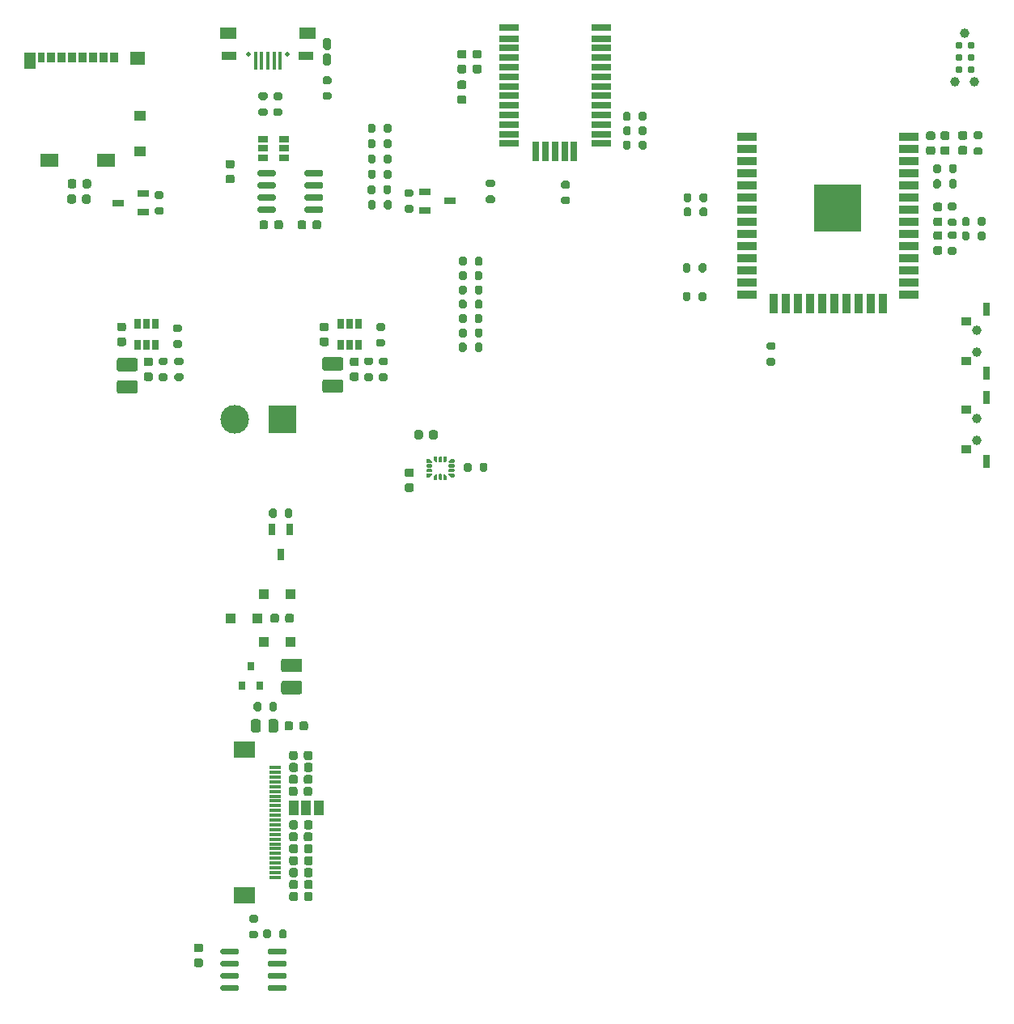
<source format=gbr>
%TF.GenerationSoftware,KiCad,Pcbnew,(5.1.8)-1*%
%TF.CreationDate,2021-02-03T00:49:59+01:00*%
%TF.ProjectId,Navi_2_0,4e617669-5f32-45f3-902e-6b696361645f,rev?*%
%TF.SameCoordinates,Original*%
%TF.FileFunction,Soldermask,Bot*%
%TF.FilePolarity,Negative*%
%FSLAX46Y46*%
G04 Gerber Fmt 4.6, Leading zero omitted, Abs format (unit mm)*
G04 Created by KiCad (PCBNEW (5.1.8)-1) date 2021-02-03 00:49:59*
%MOMM*%
%LPD*%
G01*
G04 APERTURE LIST*
%ADD10R,1.000000X1.500000*%
%ADD11R,2.000000X0.900000*%
%ADD12R,0.900000X2.000000*%
%ADD13R,5.000000X5.000000*%
%ADD14R,0.700000X2.150000*%
%ADD15R,2.150000X0.700000*%
%ADD16C,0.787400*%
%ADD17C,0.990600*%
%ADD18R,3.000000X3.000000*%
%ADD19C,3.000000*%
%ADD20R,1.650000X0.900000*%
%ADD21R,1.690000X1.300000*%
%ADD22C,0.500000*%
%ADD23R,0.400000X1.850000*%
%ADD24C,0.100000*%
%ADD25R,0.650000X1.060000*%
%ADD26C,1.000000*%
%ADD27R,1.000000X0.900000*%
%ADD28R,0.800000X1.450000*%
%ADD29R,1.220000X0.650000*%
%ADD30R,0.800000X0.900000*%
%ADD31R,0.650000X1.220000*%
%ADD32R,1.900000X1.350000*%
%ADD33R,1.200000X1.000000*%
%ADD34R,1.550000X1.350000*%
%ADD35R,1.170000X1.800000*%
%ADD36R,0.850000X1.100000*%
%ADD37R,0.750000X1.100000*%
%ADD38R,1.300000X0.300000*%
%ADD39R,2.200000X1.800000*%
%ADD40R,1.100000X1.100000*%
%ADD41R,1.060000X0.650000*%
G04 APERTURE END LIST*
%TO.C,R45*%
G36*
G01*
X85500000Y-57725000D02*
X85500000Y-58275000D01*
G75*
G02*
X85300000Y-58475000I-200000J0D01*
G01*
X84900000Y-58475000D01*
G75*
G02*
X84700000Y-58275000I0J200000D01*
G01*
X84700000Y-57725000D01*
G75*
G02*
X84900000Y-57525000I200000J0D01*
G01*
X85300000Y-57525000D01*
G75*
G02*
X85500000Y-57725000I0J-200000D01*
G01*
G37*
G36*
G01*
X87150000Y-57725000D02*
X87150000Y-58275000D01*
G75*
G02*
X86950000Y-58475000I-200000J0D01*
G01*
X86550000Y-58475000D01*
G75*
G02*
X86350000Y-58275000I0J200000D01*
G01*
X86350000Y-57725000D01*
G75*
G02*
X86550000Y-57525000I200000J0D01*
G01*
X86950000Y-57525000D01*
G75*
G02*
X87150000Y-57725000I0J-200000D01*
G01*
G37*
%TD*%
%TO.C,R47*%
G36*
G01*
X85500000Y-65225000D02*
X85500000Y-65775000D01*
G75*
G02*
X85300000Y-65975000I-200000J0D01*
G01*
X84900000Y-65975000D01*
G75*
G02*
X84700000Y-65775000I0J200000D01*
G01*
X84700000Y-65225000D01*
G75*
G02*
X84900000Y-65025000I200000J0D01*
G01*
X85300000Y-65025000D01*
G75*
G02*
X85500000Y-65225000I0J-200000D01*
G01*
G37*
G36*
G01*
X87150000Y-65225000D02*
X87150000Y-65775000D01*
G75*
G02*
X86950000Y-65975000I-200000J0D01*
G01*
X86550000Y-65975000D01*
G75*
G02*
X86350000Y-65775000I0J200000D01*
G01*
X86350000Y-65225000D01*
G75*
G02*
X86550000Y-65025000I200000J0D01*
G01*
X86950000Y-65025000D01*
G75*
G02*
X87150000Y-65225000I0J-200000D01*
G01*
G37*
%TD*%
%TO.C,R46*%
G36*
G01*
X85500000Y-56225000D02*
X85500000Y-56775000D01*
G75*
G02*
X85300000Y-56975000I-200000J0D01*
G01*
X84900000Y-56975000D01*
G75*
G02*
X84700000Y-56775000I0J200000D01*
G01*
X84700000Y-56225000D01*
G75*
G02*
X84900000Y-56025000I200000J0D01*
G01*
X85300000Y-56025000D01*
G75*
G02*
X85500000Y-56225000I0J-200000D01*
G01*
G37*
G36*
G01*
X87150000Y-56225000D02*
X87150000Y-56775000D01*
G75*
G02*
X86950000Y-56975000I-200000J0D01*
G01*
X86550000Y-56975000D01*
G75*
G02*
X86350000Y-56775000I0J200000D01*
G01*
X86350000Y-56225000D01*
G75*
G02*
X86550000Y-56025000I200000J0D01*
G01*
X86950000Y-56025000D01*
G75*
G02*
X87150000Y-56225000I0J-200000D01*
G01*
G37*
%TD*%
%TO.C,R44*%
G36*
G01*
X85500000Y-59225000D02*
X85500000Y-59775000D01*
G75*
G02*
X85300000Y-59975000I-200000J0D01*
G01*
X84900000Y-59975000D01*
G75*
G02*
X84700000Y-59775000I0J200000D01*
G01*
X84700000Y-59225000D01*
G75*
G02*
X84900000Y-59025000I200000J0D01*
G01*
X85300000Y-59025000D01*
G75*
G02*
X85500000Y-59225000I0J-200000D01*
G01*
G37*
G36*
G01*
X87150000Y-59225000D02*
X87150000Y-59775000D01*
G75*
G02*
X86950000Y-59975000I-200000J0D01*
G01*
X86550000Y-59975000D01*
G75*
G02*
X86350000Y-59775000I0J200000D01*
G01*
X86350000Y-59225000D01*
G75*
G02*
X86550000Y-59025000I200000J0D01*
G01*
X86950000Y-59025000D01*
G75*
G02*
X87150000Y-59225000I0J-200000D01*
G01*
G37*
%TD*%
%TO.C,R43*%
G36*
G01*
X85500000Y-60725000D02*
X85500000Y-61275000D01*
G75*
G02*
X85300000Y-61475000I-200000J0D01*
G01*
X84900000Y-61475000D01*
G75*
G02*
X84700000Y-61275000I0J200000D01*
G01*
X84700000Y-60725000D01*
G75*
G02*
X84900000Y-60525000I200000J0D01*
G01*
X85300000Y-60525000D01*
G75*
G02*
X85500000Y-60725000I0J-200000D01*
G01*
G37*
G36*
G01*
X87150000Y-60725000D02*
X87150000Y-61275000D01*
G75*
G02*
X86950000Y-61475000I-200000J0D01*
G01*
X86550000Y-61475000D01*
G75*
G02*
X86350000Y-61275000I0J200000D01*
G01*
X86350000Y-60725000D01*
G75*
G02*
X86550000Y-60525000I200000J0D01*
G01*
X86950000Y-60525000D01*
G75*
G02*
X87150000Y-60725000I0J-200000D01*
G01*
G37*
%TD*%
%TO.C,R42*%
G36*
G01*
X85500000Y-62225000D02*
X85500000Y-62775000D01*
G75*
G02*
X85300000Y-62975000I-200000J0D01*
G01*
X84900000Y-62975000D01*
G75*
G02*
X84700000Y-62775000I0J200000D01*
G01*
X84700000Y-62225000D01*
G75*
G02*
X84900000Y-62025000I200000J0D01*
G01*
X85300000Y-62025000D01*
G75*
G02*
X85500000Y-62225000I0J-200000D01*
G01*
G37*
G36*
G01*
X87150000Y-62225000D02*
X87150000Y-62775000D01*
G75*
G02*
X86950000Y-62975000I-200000J0D01*
G01*
X86550000Y-62975000D01*
G75*
G02*
X86350000Y-62775000I0J200000D01*
G01*
X86350000Y-62225000D01*
G75*
G02*
X86550000Y-62025000I200000J0D01*
G01*
X86950000Y-62025000D01*
G75*
G02*
X87150000Y-62225000I0J-200000D01*
G01*
G37*
%TD*%
%TO.C,R41*%
G36*
G01*
X85500000Y-63725000D02*
X85500000Y-64275000D01*
G75*
G02*
X85300000Y-64475000I-200000J0D01*
G01*
X84900000Y-64475000D01*
G75*
G02*
X84700000Y-64275000I0J200000D01*
G01*
X84700000Y-63725000D01*
G75*
G02*
X84900000Y-63525000I200000J0D01*
G01*
X85300000Y-63525000D01*
G75*
G02*
X85500000Y-63725000I0J-200000D01*
G01*
G37*
G36*
G01*
X87150000Y-63725000D02*
X87150000Y-64275000D01*
G75*
G02*
X86950000Y-64475000I-200000J0D01*
G01*
X86550000Y-64475000D01*
G75*
G02*
X86350000Y-64275000I0J200000D01*
G01*
X86350000Y-63725000D01*
G75*
G02*
X86550000Y-63525000I200000J0D01*
G01*
X86950000Y-63525000D01*
G75*
G02*
X87150000Y-63725000I0J-200000D01*
G01*
G37*
%TD*%
D10*
%TO.C,JP1*%
X68700000Y-113700000D03*
X67400000Y-113700000D03*
X70000000Y-113700000D03*
%TD*%
D11*
%TO.C,U3*%
X114800000Y-43445000D03*
X114800000Y-44715000D03*
X114800000Y-45985000D03*
X114800000Y-47255000D03*
X114800000Y-48525000D03*
X114800000Y-49795000D03*
X114800000Y-51065000D03*
X114800000Y-52335000D03*
X114800000Y-53605000D03*
X114800000Y-54875000D03*
X114800000Y-56145000D03*
X114800000Y-57415000D03*
X114800000Y-58685000D03*
X114800000Y-59955000D03*
D12*
X117585000Y-60955000D03*
X118855000Y-60955000D03*
X120125000Y-60955000D03*
X121395000Y-60955000D03*
X122665000Y-60955000D03*
X123935000Y-60955000D03*
X125205000Y-60955000D03*
X126475000Y-60955000D03*
X127745000Y-60955000D03*
X129015000Y-60955000D03*
D11*
X131800000Y-59955000D03*
X131800000Y-58685000D03*
X131800000Y-57415000D03*
X131800000Y-56145000D03*
X131800000Y-54875000D03*
X131800000Y-53605000D03*
X131800000Y-52335000D03*
X131800000Y-51065000D03*
X131800000Y-49795000D03*
X131800000Y-48525000D03*
X131800000Y-47255000D03*
X131800000Y-45985000D03*
X131800000Y-44715000D03*
X131800000Y-43445000D03*
D13*
X124300000Y-50945000D03*
%TD*%
%TO.C,R40*%
G36*
G01*
X75975000Y-42325000D02*
X75975000Y-42875000D01*
G75*
G02*
X75775000Y-43075000I-200000J0D01*
G01*
X75375000Y-43075000D01*
G75*
G02*
X75175000Y-42875000I0J200000D01*
G01*
X75175000Y-42325000D01*
G75*
G02*
X75375000Y-42125000I200000J0D01*
G01*
X75775000Y-42125000D01*
G75*
G02*
X75975000Y-42325000I0J-200000D01*
G01*
G37*
G36*
G01*
X77625000Y-42325000D02*
X77625000Y-42875000D01*
G75*
G02*
X77425000Y-43075000I-200000J0D01*
G01*
X77025000Y-43075000D01*
G75*
G02*
X76825000Y-42875000I0J200000D01*
G01*
X76825000Y-42325000D01*
G75*
G02*
X77025000Y-42125000I200000J0D01*
G01*
X77425000Y-42125000D01*
G75*
G02*
X77625000Y-42325000I0J-200000D01*
G01*
G37*
%TD*%
%TO.C,R39*%
G36*
G01*
X75975000Y-47125000D02*
X75975000Y-47675000D01*
G75*
G02*
X75775000Y-47875000I-200000J0D01*
G01*
X75375000Y-47875000D01*
G75*
G02*
X75175000Y-47675000I0J200000D01*
G01*
X75175000Y-47125000D01*
G75*
G02*
X75375000Y-46925000I200000J0D01*
G01*
X75775000Y-46925000D01*
G75*
G02*
X75975000Y-47125000I0J-200000D01*
G01*
G37*
G36*
G01*
X77625000Y-47125000D02*
X77625000Y-47675000D01*
G75*
G02*
X77425000Y-47875000I-200000J0D01*
G01*
X77025000Y-47875000D01*
G75*
G02*
X76825000Y-47675000I0J200000D01*
G01*
X76825000Y-47125000D01*
G75*
G02*
X77025000Y-46925000I200000J0D01*
G01*
X77425000Y-46925000D01*
G75*
G02*
X77625000Y-47125000I0J-200000D01*
G01*
G37*
%TD*%
%TO.C,R38*%
G36*
G01*
X75950000Y-48725000D02*
X75950000Y-49275000D01*
G75*
G02*
X75750000Y-49475000I-200000J0D01*
G01*
X75350000Y-49475000D01*
G75*
G02*
X75150000Y-49275000I0J200000D01*
G01*
X75150000Y-48725000D01*
G75*
G02*
X75350000Y-48525000I200000J0D01*
G01*
X75750000Y-48525000D01*
G75*
G02*
X75950000Y-48725000I0J-200000D01*
G01*
G37*
G36*
G01*
X77600000Y-48725000D02*
X77600000Y-49275000D01*
G75*
G02*
X77400000Y-49475000I-200000J0D01*
G01*
X77000000Y-49475000D01*
G75*
G02*
X76800000Y-49275000I0J200000D01*
G01*
X76800000Y-48725000D01*
G75*
G02*
X77000000Y-48525000I200000J0D01*
G01*
X77400000Y-48525000D01*
G75*
G02*
X77600000Y-48725000I0J-200000D01*
G01*
G37*
%TD*%
%TO.C,R37*%
G36*
G01*
X75975000Y-43925000D02*
X75975000Y-44475000D01*
G75*
G02*
X75775000Y-44675000I-200000J0D01*
G01*
X75375000Y-44675000D01*
G75*
G02*
X75175000Y-44475000I0J200000D01*
G01*
X75175000Y-43925000D01*
G75*
G02*
X75375000Y-43725000I200000J0D01*
G01*
X75775000Y-43725000D01*
G75*
G02*
X75975000Y-43925000I0J-200000D01*
G01*
G37*
G36*
G01*
X77625000Y-43925000D02*
X77625000Y-44475000D01*
G75*
G02*
X77425000Y-44675000I-200000J0D01*
G01*
X77025000Y-44675000D01*
G75*
G02*
X76825000Y-44475000I0J200000D01*
G01*
X76825000Y-43925000D01*
G75*
G02*
X77025000Y-43725000I200000J0D01*
G01*
X77425000Y-43725000D01*
G75*
G02*
X77625000Y-43925000I0J-200000D01*
G01*
G37*
%TD*%
%TO.C,R36*%
G36*
G01*
X76000000Y-50325000D02*
X76000000Y-50875000D01*
G75*
G02*
X75800000Y-51075000I-200000J0D01*
G01*
X75400000Y-51075000D01*
G75*
G02*
X75200000Y-50875000I0J200000D01*
G01*
X75200000Y-50325000D01*
G75*
G02*
X75400000Y-50125000I200000J0D01*
G01*
X75800000Y-50125000D01*
G75*
G02*
X76000000Y-50325000I0J-200000D01*
G01*
G37*
G36*
G01*
X77650000Y-50325000D02*
X77650000Y-50875000D01*
G75*
G02*
X77450000Y-51075000I-200000J0D01*
G01*
X77050000Y-51075000D01*
G75*
G02*
X76850000Y-50875000I0J200000D01*
G01*
X76850000Y-50325000D01*
G75*
G02*
X77050000Y-50125000I200000J0D01*
G01*
X77450000Y-50125000D01*
G75*
G02*
X77650000Y-50325000I0J-200000D01*
G01*
G37*
%TD*%
%TO.C,R35*%
G36*
G01*
X75975000Y-45525000D02*
X75975000Y-46075000D01*
G75*
G02*
X75775000Y-46275000I-200000J0D01*
G01*
X75375000Y-46275000D01*
G75*
G02*
X75175000Y-46075000I0J200000D01*
G01*
X75175000Y-45525000D01*
G75*
G02*
X75375000Y-45325000I200000J0D01*
G01*
X75775000Y-45325000D01*
G75*
G02*
X75975000Y-45525000I0J-200000D01*
G01*
G37*
G36*
G01*
X77625000Y-45525000D02*
X77625000Y-46075000D01*
G75*
G02*
X77425000Y-46275000I-200000J0D01*
G01*
X77025000Y-46275000D01*
G75*
G02*
X76825000Y-46075000I0J200000D01*
G01*
X76825000Y-45525000D01*
G75*
G02*
X77025000Y-45325000I200000J0D01*
G01*
X77425000Y-45325000D01*
G75*
G02*
X77625000Y-45525000I0J-200000D01*
G01*
G37*
%TD*%
%TO.C,C32*%
G36*
G01*
X84750000Y-35950000D02*
X85250000Y-35950000D01*
G75*
G02*
X85475000Y-36175000I0J-225000D01*
G01*
X85475000Y-36625000D01*
G75*
G02*
X85250000Y-36850000I-225000J0D01*
G01*
X84750000Y-36850000D01*
G75*
G02*
X84525000Y-36625000I0J225000D01*
G01*
X84525000Y-36175000D01*
G75*
G02*
X84750000Y-35950000I225000J0D01*
G01*
G37*
G36*
G01*
X84750000Y-34400000D02*
X85250000Y-34400000D01*
G75*
G02*
X85475000Y-34625000I0J-225000D01*
G01*
X85475000Y-35075000D01*
G75*
G02*
X85250000Y-35300000I-225000J0D01*
G01*
X84750000Y-35300000D01*
G75*
G02*
X84525000Y-35075000I0J225000D01*
G01*
X84525000Y-34625000D01*
G75*
G02*
X84750000Y-34400000I225000J0D01*
G01*
G37*
%TD*%
%TO.C,C33*%
G36*
G01*
X86350000Y-35950000D02*
X86850000Y-35950000D01*
G75*
G02*
X87075000Y-36175000I0J-225000D01*
G01*
X87075000Y-36625000D01*
G75*
G02*
X86850000Y-36850000I-225000J0D01*
G01*
X86350000Y-36850000D01*
G75*
G02*
X86125000Y-36625000I0J225000D01*
G01*
X86125000Y-36175000D01*
G75*
G02*
X86350000Y-35950000I225000J0D01*
G01*
G37*
G36*
G01*
X86350000Y-34400000D02*
X86850000Y-34400000D01*
G75*
G02*
X87075000Y-34625000I0J-225000D01*
G01*
X87075000Y-35075000D01*
G75*
G02*
X86850000Y-35300000I-225000J0D01*
G01*
X86350000Y-35300000D01*
G75*
G02*
X86125000Y-35075000I0J225000D01*
G01*
X86125000Y-34625000D01*
G75*
G02*
X86350000Y-34400000I225000J0D01*
G01*
G37*
%TD*%
%TO.C,C31*%
G36*
G01*
X84750000Y-39150000D02*
X85250000Y-39150000D01*
G75*
G02*
X85475000Y-39375000I0J-225000D01*
G01*
X85475000Y-39825000D01*
G75*
G02*
X85250000Y-40050000I-225000J0D01*
G01*
X84750000Y-40050000D01*
G75*
G02*
X84525000Y-39825000I0J225000D01*
G01*
X84525000Y-39375000D01*
G75*
G02*
X84750000Y-39150000I225000J0D01*
G01*
G37*
G36*
G01*
X84750000Y-37600000D02*
X85250000Y-37600000D01*
G75*
G02*
X85475000Y-37825000I0J-225000D01*
G01*
X85475000Y-38275000D01*
G75*
G02*
X85250000Y-38500000I-225000J0D01*
G01*
X84750000Y-38500000D01*
G75*
G02*
X84525000Y-38275000I0J225000D01*
G01*
X84525000Y-37825000D01*
G75*
G02*
X84750000Y-37600000I225000J0D01*
G01*
G37*
%TD*%
D14*
%TO.C,U5*%
X92750000Y-45000000D03*
X93750000Y-45000000D03*
X94750000Y-45000000D03*
X95750000Y-45000000D03*
X96750000Y-45000000D03*
D15*
X99550000Y-44200000D03*
X99550000Y-43200000D03*
X99550000Y-42200000D03*
X99550000Y-41200000D03*
X99550000Y-40200000D03*
X99550000Y-39200000D03*
X99550000Y-38200000D03*
X99550000Y-37200000D03*
X99550000Y-36200000D03*
X99550000Y-35200000D03*
X99550000Y-34200000D03*
X99550000Y-33200000D03*
X99550000Y-32050000D03*
X89950000Y-32050000D03*
X89950000Y-33200000D03*
X89950000Y-34200000D03*
X89950000Y-35200000D03*
X89950000Y-36200000D03*
X89950000Y-37200000D03*
X89950000Y-38200000D03*
X89950000Y-39200000D03*
X89950000Y-40200000D03*
X89950000Y-41200000D03*
X89950000Y-42200000D03*
X89950000Y-43200000D03*
X89950000Y-44200000D03*
%TD*%
D16*
%TO.C,J23*%
X136999000Y-36430000D03*
X138269000Y-36430000D03*
X136999000Y-35160000D03*
X138269000Y-35160000D03*
X136999000Y-33890000D03*
X138269000Y-33890000D03*
D17*
X137634000Y-32620000D03*
X138650000Y-37700000D03*
X136618000Y-37700000D03*
%TD*%
%TO.C,R24*%
G36*
G01*
X102675000Y-42575000D02*
X102675000Y-43125000D01*
G75*
G02*
X102475000Y-43325000I-200000J0D01*
G01*
X102075000Y-43325000D01*
G75*
G02*
X101875000Y-43125000I0J200000D01*
G01*
X101875000Y-42575000D01*
G75*
G02*
X102075000Y-42375000I200000J0D01*
G01*
X102475000Y-42375000D01*
G75*
G02*
X102675000Y-42575000I0J-200000D01*
G01*
G37*
G36*
G01*
X104325000Y-42575000D02*
X104325000Y-43125000D01*
G75*
G02*
X104125000Y-43325000I-200000J0D01*
G01*
X103725000Y-43325000D01*
G75*
G02*
X103525000Y-43125000I0J200000D01*
G01*
X103525000Y-42575000D01*
G75*
G02*
X103725000Y-42375000I200000J0D01*
G01*
X104125000Y-42375000D01*
G75*
G02*
X104325000Y-42575000I0J-200000D01*
G01*
G37*
%TD*%
%TO.C,R23*%
G36*
G01*
X102675000Y-44075000D02*
X102675000Y-44625000D01*
G75*
G02*
X102475000Y-44825000I-200000J0D01*
G01*
X102075000Y-44825000D01*
G75*
G02*
X101875000Y-44625000I0J200000D01*
G01*
X101875000Y-44075000D01*
G75*
G02*
X102075000Y-43875000I200000J0D01*
G01*
X102475000Y-43875000D01*
G75*
G02*
X102675000Y-44075000I0J-200000D01*
G01*
G37*
G36*
G01*
X104325000Y-44075000D02*
X104325000Y-44625000D01*
G75*
G02*
X104125000Y-44825000I-200000J0D01*
G01*
X103725000Y-44825000D01*
G75*
G02*
X103525000Y-44625000I0J200000D01*
G01*
X103525000Y-44075000D01*
G75*
G02*
X103725000Y-43875000I200000J0D01*
G01*
X104125000Y-43875000D01*
G75*
G02*
X104325000Y-44075000I0J-200000D01*
G01*
G37*
%TD*%
%TO.C,R22*%
G36*
G01*
X102675000Y-41075000D02*
X102675000Y-41625000D01*
G75*
G02*
X102475000Y-41825000I-200000J0D01*
G01*
X102075000Y-41825000D01*
G75*
G02*
X101875000Y-41625000I0J200000D01*
G01*
X101875000Y-41075000D01*
G75*
G02*
X102075000Y-40875000I200000J0D01*
G01*
X102475000Y-40875000D01*
G75*
G02*
X102675000Y-41075000I0J-200000D01*
G01*
G37*
G36*
G01*
X104325000Y-41075000D02*
X104325000Y-41625000D01*
G75*
G02*
X104125000Y-41825000I-200000J0D01*
G01*
X103725000Y-41825000D01*
G75*
G02*
X103525000Y-41625000I0J200000D01*
G01*
X103525000Y-41075000D01*
G75*
G02*
X103725000Y-40875000I200000J0D01*
G01*
X104125000Y-40875000D01*
G75*
G02*
X104325000Y-41075000I0J-200000D01*
G01*
G37*
%TD*%
%TO.C,R25*%
G36*
G01*
X96125000Y-48900000D02*
X95575000Y-48900000D01*
G75*
G02*
X95375000Y-48700000I0J200000D01*
G01*
X95375000Y-48300000D01*
G75*
G02*
X95575000Y-48100000I200000J0D01*
G01*
X96125000Y-48100000D01*
G75*
G02*
X96325000Y-48300000I0J-200000D01*
G01*
X96325000Y-48700000D01*
G75*
G02*
X96125000Y-48900000I-200000J0D01*
G01*
G37*
G36*
G01*
X96125000Y-50550000D02*
X95575000Y-50550000D01*
G75*
G02*
X95375000Y-50350000I0J200000D01*
G01*
X95375000Y-49950000D01*
G75*
G02*
X95575000Y-49750000I200000J0D01*
G01*
X96125000Y-49750000D01*
G75*
G02*
X96325000Y-49950000I0J-200000D01*
G01*
X96325000Y-50350000D01*
G75*
G02*
X96125000Y-50550000I-200000J0D01*
G01*
G37*
%TD*%
D18*
%TO.C,J10*%
X66250000Y-73000000D03*
%TD*%
D19*
%TO.C,J9*%
X61200000Y-73000000D03*
%TD*%
%TO.C,R17*%
G36*
G01*
X117625000Y-65775000D02*
X117075000Y-65775000D01*
G75*
G02*
X116875000Y-65575000I0J200000D01*
G01*
X116875000Y-65175000D01*
G75*
G02*
X117075000Y-64975000I200000J0D01*
G01*
X117625000Y-64975000D01*
G75*
G02*
X117825000Y-65175000I0J-200000D01*
G01*
X117825000Y-65575000D01*
G75*
G02*
X117625000Y-65775000I-200000J0D01*
G01*
G37*
G36*
G01*
X117625000Y-67425000D02*
X117075000Y-67425000D01*
G75*
G02*
X116875000Y-67225000I0J200000D01*
G01*
X116875000Y-66825000D01*
G75*
G02*
X117075000Y-66625000I200000J0D01*
G01*
X117625000Y-66625000D01*
G75*
G02*
X117825000Y-66825000I0J-200000D01*
G01*
X117825000Y-67225000D01*
G75*
G02*
X117625000Y-67425000I-200000J0D01*
G01*
G37*
%TD*%
D20*
%TO.C,J1*%
X60675000Y-35050000D03*
X68725000Y-35050000D03*
D21*
X68815000Y-32690000D03*
X60585000Y-32690000D03*
D22*
X66700000Y-34840000D03*
X62700000Y-34840000D03*
D23*
X66000000Y-35525000D03*
X65350000Y-35525000D03*
X64700000Y-35525000D03*
X64050000Y-35525000D03*
X63400000Y-35525000D03*
%TD*%
%TO.C,U7*%
G36*
G01*
X61700000Y-128545000D02*
X61700000Y-128845000D01*
G75*
G02*
X61550000Y-128995000I-150000J0D01*
G01*
X59900000Y-128995000D01*
G75*
G02*
X59750000Y-128845000I0J150000D01*
G01*
X59750000Y-128545000D01*
G75*
G02*
X59900000Y-128395000I150000J0D01*
G01*
X61550000Y-128395000D01*
G75*
G02*
X61700000Y-128545000I0J-150000D01*
G01*
G37*
G36*
G01*
X61700000Y-129815000D02*
X61700000Y-130115000D01*
G75*
G02*
X61550000Y-130265000I-150000J0D01*
G01*
X59900000Y-130265000D01*
G75*
G02*
X59750000Y-130115000I0J150000D01*
G01*
X59750000Y-129815000D01*
G75*
G02*
X59900000Y-129665000I150000J0D01*
G01*
X61550000Y-129665000D01*
G75*
G02*
X61700000Y-129815000I0J-150000D01*
G01*
G37*
G36*
G01*
X61700000Y-131085000D02*
X61700000Y-131385000D01*
G75*
G02*
X61550000Y-131535000I-150000J0D01*
G01*
X59900000Y-131535000D01*
G75*
G02*
X59750000Y-131385000I0J150000D01*
G01*
X59750000Y-131085000D01*
G75*
G02*
X59900000Y-130935000I150000J0D01*
G01*
X61550000Y-130935000D01*
G75*
G02*
X61700000Y-131085000I0J-150000D01*
G01*
G37*
G36*
G01*
X61700000Y-132355000D02*
X61700000Y-132655000D01*
G75*
G02*
X61550000Y-132805000I-150000J0D01*
G01*
X59900000Y-132805000D01*
G75*
G02*
X59750000Y-132655000I0J150000D01*
G01*
X59750000Y-132355000D01*
G75*
G02*
X59900000Y-132205000I150000J0D01*
G01*
X61550000Y-132205000D01*
G75*
G02*
X61700000Y-132355000I0J-150000D01*
G01*
G37*
G36*
G01*
X66650000Y-132355000D02*
X66650000Y-132655000D01*
G75*
G02*
X66500000Y-132805000I-150000J0D01*
G01*
X64850000Y-132805000D01*
G75*
G02*
X64700000Y-132655000I0J150000D01*
G01*
X64700000Y-132355000D01*
G75*
G02*
X64850000Y-132205000I150000J0D01*
G01*
X66500000Y-132205000D01*
G75*
G02*
X66650000Y-132355000I0J-150000D01*
G01*
G37*
G36*
G01*
X66650000Y-131085000D02*
X66650000Y-131385000D01*
G75*
G02*
X66500000Y-131535000I-150000J0D01*
G01*
X64850000Y-131535000D01*
G75*
G02*
X64700000Y-131385000I0J150000D01*
G01*
X64700000Y-131085000D01*
G75*
G02*
X64850000Y-130935000I150000J0D01*
G01*
X66500000Y-130935000D01*
G75*
G02*
X66650000Y-131085000I0J-150000D01*
G01*
G37*
G36*
G01*
X66650000Y-129815000D02*
X66650000Y-130115000D01*
G75*
G02*
X66500000Y-130265000I-150000J0D01*
G01*
X64850000Y-130265000D01*
G75*
G02*
X64700000Y-130115000I0J150000D01*
G01*
X64700000Y-129815000D01*
G75*
G02*
X64850000Y-129665000I150000J0D01*
G01*
X66500000Y-129665000D01*
G75*
G02*
X66650000Y-129815000I0J-150000D01*
G01*
G37*
G36*
G01*
X66650000Y-128545000D02*
X66650000Y-128845000D01*
G75*
G02*
X66500000Y-128995000I-150000J0D01*
G01*
X64850000Y-128995000D01*
G75*
G02*
X64700000Y-128845000I0J150000D01*
G01*
X64700000Y-128545000D01*
G75*
G02*
X64850000Y-128395000I150000J0D01*
G01*
X66500000Y-128395000D01*
G75*
G02*
X66650000Y-128545000I0J-150000D01*
G01*
G37*
%TD*%
D24*
%TO.C,U6*%
G36*
X83135368Y-77548559D02*
G01*
X83121299Y-77544291D01*
X83108332Y-77537360D01*
X83096967Y-77528033D01*
X83087640Y-77516668D01*
X83080709Y-77503701D01*
X83076441Y-77489632D01*
X83075000Y-77475000D01*
X83075000Y-77000000D01*
X83076441Y-76985368D01*
X83080709Y-76971299D01*
X83087640Y-76958332D01*
X83096967Y-76946967D01*
X83108332Y-76937640D01*
X83121299Y-76930709D01*
X83135368Y-76926441D01*
X83150000Y-76925000D01*
X83375000Y-76925000D01*
X83389632Y-76926441D01*
X83403701Y-76930709D01*
X83416668Y-76937640D01*
X83428033Y-76946967D01*
X83437360Y-76958332D01*
X83444291Y-76971299D01*
X83448559Y-76985368D01*
X83450000Y-77000000D01*
X83450000Y-77268934D01*
X83448559Y-77283566D01*
X83444291Y-77297635D01*
X83437360Y-77310602D01*
X83428033Y-77321967D01*
X83221967Y-77528033D01*
X83210602Y-77537360D01*
X83197635Y-77544291D01*
X83183566Y-77548559D01*
X83168934Y-77550000D01*
X83150000Y-77550000D01*
X83135368Y-77548559D01*
G37*
G36*
G01*
X82925000Y-77012500D02*
X82925000Y-77462500D01*
G75*
G02*
X82837500Y-77550000I-87500J0D01*
G01*
X82662500Y-77550000D01*
G75*
G02*
X82575000Y-77462500I0J87500D01*
G01*
X82575000Y-77012500D01*
G75*
G02*
X82662500Y-76925000I87500J0D01*
G01*
X82837500Y-76925000D01*
G75*
G02*
X82925000Y-77012500I0J-87500D01*
G01*
G37*
G36*
X82316434Y-77548559D02*
G01*
X82302365Y-77544291D01*
X82289398Y-77537360D01*
X82278033Y-77528033D01*
X82071967Y-77321967D01*
X82062640Y-77310602D01*
X82055709Y-77297635D01*
X82051441Y-77283566D01*
X82050000Y-77268934D01*
X82050000Y-77000000D01*
X82051441Y-76985368D01*
X82055709Y-76971299D01*
X82062640Y-76958332D01*
X82071967Y-76946967D01*
X82083332Y-76937640D01*
X82096299Y-76930709D01*
X82110368Y-76926441D01*
X82125000Y-76925000D01*
X82350000Y-76925000D01*
X82364632Y-76926441D01*
X82378701Y-76930709D01*
X82391668Y-76937640D01*
X82403033Y-76946967D01*
X82412360Y-76958332D01*
X82419291Y-76971299D01*
X82423559Y-76985368D01*
X82425000Y-77000000D01*
X82425000Y-77475000D01*
X82423559Y-77489632D01*
X82419291Y-77503701D01*
X82412360Y-77516668D01*
X82403033Y-77528033D01*
X82391668Y-77537360D01*
X82378701Y-77544291D01*
X82364632Y-77548559D01*
X82350000Y-77550000D01*
X82331066Y-77550000D01*
X82316434Y-77548559D01*
G37*
G36*
X81335368Y-77573559D02*
G01*
X81321299Y-77569291D01*
X81308332Y-77562360D01*
X81296967Y-77553033D01*
X81287640Y-77541668D01*
X81280709Y-77528701D01*
X81276441Y-77514632D01*
X81275000Y-77500000D01*
X81275000Y-77275000D01*
X81276441Y-77260368D01*
X81280709Y-77246299D01*
X81287640Y-77233332D01*
X81296967Y-77221967D01*
X81308332Y-77212640D01*
X81321299Y-77205709D01*
X81335368Y-77201441D01*
X81350000Y-77200000D01*
X81618934Y-77200000D01*
X81633566Y-77201441D01*
X81647635Y-77205709D01*
X81660602Y-77212640D01*
X81671967Y-77221967D01*
X81878033Y-77428033D01*
X81887360Y-77439398D01*
X81894291Y-77452365D01*
X81898559Y-77466434D01*
X81900000Y-77481066D01*
X81900000Y-77500000D01*
X81898559Y-77514632D01*
X81894291Y-77528701D01*
X81887360Y-77541668D01*
X81878033Y-77553033D01*
X81866668Y-77562360D01*
X81853701Y-77569291D01*
X81839632Y-77573559D01*
X81825000Y-77575000D01*
X81350000Y-77575000D01*
X81335368Y-77573559D01*
G37*
G36*
G01*
X81900000Y-77812500D02*
X81900000Y-77987500D01*
G75*
G02*
X81812500Y-78075000I-87500J0D01*
G01*
X81362500Y-78075000D01*
G75*
G02*
X81275000Y-77987500I0J87500D01*
G01*
X81275000Y-77812500D01*
G75*
G02*
X81362500Y-77725000I87500J0D01*
G01*
X81812500Y-77725000D01*
G75*
G02*
X81900000Y-77812500I0J-87500D01*
G01*
G37*
G36*
G01*
X81900000Y-78312500D02*
X81900000Y-78487500D01*
G75*
G02*
X81812500Y-78575000I-87500J0D01*
G01*
X81362500Y-78575000D01*
G75*
G02*
X81275000Y-78487500I0J87500D01*
G01*
X81275000Y-78312500D01*
G75*
G02*
X81362500Y-78225000I87500J0D01*
G01*
X81812500Y-78225000D01*
G75*
G02*
X81900000Y-78312500I0J-87500D01*
G01*
G37*
G36*
X81335368Y-79098559D02*
G01*
X81321299Y-79094291D01*
X81308332Y-79087360D01*
X81296967Y-79078033D01*
X81287640Y-79066668D01*
X81280709Y-79053701D01*
X81276441Y-79039632D01*
X81275000Y-79025000D01*
X81275000Y-78800000D01*
X81276441Y-78785368D01*
X81280709Y-78771299D01*
X81287640Y-78758332D01*
X81296967Y-78746967D01*
X81308332Y-78737640D01*
X81321299Y-78730709D01*
X81335368Y-78726441D01*
X81350000Y-78725000D01*
X81825000Y-78725000D01*
X81839632Y-78726441D01*
X81853701Y-78730709D01*
X81866668Y-78737640D01*
X81878033Y-78746967D01*
X81887360Y-78758332D01*
X81894291Y-78771299D01*
X81898559Y-78785368D01*
X81900000Y-78800000D01*
X81900000Y-78818934D01*
X81898559Y-78833566D01*
X81894291Y-78847635D01*
X81887360Y-78860602D01*
X81878033Y-78871967D01*
X81671967Y-79078033D01*
X81660602Y-79087360D01*
X81647635Y-79094291D01*
X81633566Y-79098559D01*
X81618934Y-79100000D01*
X81350000Y-79100000D01*
X81335368Y-79098559D01*
G37*
G36*
X82110368Y-79373559D02*
G01*
X82096299Y-79369291D01*
X82083332Y-79362360D01*
X82071967Y-79353033D01*
X82062640Y-79341668D01*
X82055709Y-79328701D01*
X82051441Y-79314632D01*
X82050000Y-79300000D01*
X82050000Y-79031066D01*
X82051441Y-79016434D01*
X82055709Y-79002365D01*
X82062640Y-78989398D01*
X82071967Y-78978033D01*
X82278033Y-78771967D01*
X82289398Y-78762640D01*
X82302365Y-78755709D01*
X82316434Y-78751441D01*
X82331066Y-78750000D01*
X82350000Y-78750000D01*
X82364632Y-78751441D01*
X82378701Y-78755709D01*
X82391668Y-78762640D01*
X82403033Y-78771967D01*
X82412360Y-78783332D01*
X82419291Y-78796299D01*
X82423559Y-78810368D01*
X82425000Y-78825000D01*
X82425000Y-79300000D01*
X82423559Y-79314632D01*
X82419291Y-79328701D01*
X82412360Y-79341668D01*
X82403033Y-79353033D01*
X82391668Y-79362360D01*
X82378701Y-79369291D01*
X82364632Y-79373559D01*
X82350000Y-79375000D01*
X82125000Y-79375000D01*
X82110368Y-79373559D01*
G37*
G36*
G01*
X82925000Y-78837500D02*
X82925000Y-79287500D01*
G75*
G02*
X82837500Y-79375000I-87500J0D01*
G01*
X82662500Y-79375000D01*
G75*
G02*
X82575000Y-79287500I0J87500D01*
G01*
X82575000Y-78837500D01*
G75*
G02*
X82662500Y-78750000I87500J0D01*
G01*
X82837500Y-78750000D01*
G75*
G02*
X82925000Y-78837500I0J-87500D01*
G01*
G37*
G36*
X83135368Y-79373559D02*
G01*
X83121299Y-79369291D01*
X83108332Y-79362360D01*
X83096967Y-79353033D01*
X83087640Y-79341668D01*
X83080709Y-79328701D01*
X83076441Y-79314632D01*
X83075000Y-79300000D01*
X83075000Y-78825000D01*
X83076441Y-78810368D01*
X83080709Y-78796299D01*
X83087640Y-78783332D01*
X83096967Y-78771967D01*
X83108332Y-78762640D01*
X83121299Y-78755709D01*
X83135368Y-78751441D01*
X83150000Y-78750000D01*
X83168934Y-78750000D01*
X83183566Y-78751441D01*
X83197635Y-78755709D01*
X83210602Y-78762640D01*
X83221967Y-78771967D01*
X83428033Y-78978033D01*
X83437360Y-78989398D01*
X83444291Y-79002365D01*
X83448559Y-79016434D01*
X83450000Y-79031066D01*
X83450000Y-79300000D01*
X83448559Y-79314632D01*
X83444291Y-79328701D01*
X83437360Y-79341668D01*
X83428033Y-79353033D01*
X83416668Y-79362360D01*
X83403701Y-79369291D01*
X83389632Y-79373559D01*
X83375000Y-79375000D01*
X83150000Y-79375000D01*
X83135368Y-79373559D01*
G37*
G36*
X83866434Y-79098559D02*
G01*
X83852365Y-79094291D01*
X83839398Y-79087360D01*
X83828033Y-79078033D01*
X83621967Y-78871967D01*
X83612640Y-78860602D01*
X83605709Y-78847635D01*
X83601441Y-78833566D01*
X83600000Y-78818934D01*
X83600000Y-78800000D01*
X83601441Y-78785368D01*
X83605709Y-78771299D01*
X83612640Y-78758332D01*
X83621967Y-78746967D01*
X83633332Y-78737640D01*
X83646299Y-78730709D01*
X83660368Y-78726441D01*
X83675000Y-78725000D01*
X84150000Y-78725000D01*
X84164632Y-78726441D01*
X84178701Y-78730709D01*
X84191668Y-78737640D01*
X84203033Y-78746967D01*
X84212360Y-78758332D01*
X84219291Y-78771299D01*
X84223559Y-78785368D01*
X84225000Y-78800000D01*
X84225000Y-79025000D01*
X84223559Y-79039632D01*
X84219291Y-79053701D01*
X84212360Y-79066668D01*
X84203033Y-79078033D01*
X84191668Y-79087360D01*
X84178701Y-79094291D01*
X84164632Y-79098559D01*
X84150000Y-79100000D01*
X83881066Y-79100000D01*
X83866434Y-79098559D01*
G37*
G36*
G01*
X84225000Y-78312500D02*
X84225000Y-78487500D01*
G75*
G02*
X84137500Y-78575000I-87500J0D01*
G01*
X83687500Y-78575000D01*
G75*
G02*
X83600000Y-78487500I0J87500D01*
G01*
X83600000Y-78312500D01*
G75*
G02*
X83687500Y-78225000I87500J0D01*
G01*
X84137500Y-78225000D01*
G75*
G02*
X84225000Y-78312500I0J-87500D01*
G01*
G37*
G36*
G01*
X84225000Y-77812500D02*
X84225000Y-77987500D01*
G75*
G02*
X84137500Y-78075000I-87500J0D01*
G01*
X83687500Y-78075000D01*
G75*
G02*
X83600000Y-77987500I0J87500D01*
G01*
X83600000Y-77812500D01*
G75*
G02*
X83687500Y-77725000I87500J0D01*
G01*
X84137500Y-77725000D01*
G75*
G02*
X84225000Y-77812500I0J-87500D01*
G01*
G37*
G36*
X83660368Y-77573559D02*
G01*
X83646299Y-77569291D01*
X83633332Y-77562360D01*
X83621967Y-77553033D01*
X83612640Y-77541668D01*
X83605709Y-77528701D01*
X83601441Y-77514632D01*
X83600000Y-77500000D01*
X83600000Y-77481066D01*
X83601441Y-77466434D01*
X83605709Y-77452365D01*
X83612640Y-77439398D01*
X83621967Y-77428033D01*
X83828033Y-77221967D01*
X83839398Y-77212640D01*
X83852365Y-77205709D01*
X83866434Y-77201441D01*
X83881066Y-77200000D01*
X84150000Y-77200000D01*
X84164632Y-77201441D01*
X84178701Y-77205709D01*
X84191668Y-77212640D01*
X84203033Y-77221967D01*
X84212360Y-77233332D01*
X84219291Y-77246299D01*
X84223559Y-77260368D01*
X84225000Y-77275000D01*
X84225000Y-77500000D01*
X84223559Y-77514632D01*
X84219291Y-77528701D01*
X84212360Y-77541668D01*
X84203033Y-77553033D01*
X84191668Y-77562360D01*
X84178701Y-77569291D01*
X84164632Y-77573559D01*
X84150000Y-77575000D01*
X83675000Y-77575000D01*
X83660368Y-77573559D01*
G37*
%TD*%
%TO.C,U4*%
G36*
G01*
X65550000Y-47145000D02*
X65550000Y-47445000D01*
G75*
G02*
X65400000Y-47595000I-150000J0D01*
G01*
X63750000Y-47595000D01*
G75*
G02*
X63600000Y-47445000I0J150000D01*
G01*
X63600000Y-47145000D01*
G75*
G02*
X63750000Y-46995000I150000J0D01*
G01*
X65400000Y-46995000D01*
G75*
G02*
X65550000Y-47145000I0J-150000D01*
G01*
G37*
G36*
G01*
X65550000Y-48415000D02*
X65550000Y-48715000D01*
G75*
G02*
X65400000Y-48865000I-150000J0D01*
G01*
X63750000Y-48865000D01*
G75*
G02*
X63600000Y-48715000I0J150000D01*
G01*
X63600000Y-48415000D01*
G75*
G02*
X63750000Y-48265000I150000J0D01*
G01*
X65400000Y-48265000D01*
G75*
G02*
X65550000Y-48415000I0J-150000D01*
G01*
G37*
G36*
G01*
X65550000Y-49685000D02*
X65550000Y-49985000D01*
G75*
G02*
X65400000Y-50135000I-150000J0D01*
G01*
X63750000Y-50135000D01*
G75*
G02*
X63600000Y-49985000I0J150000D01*
G01*
X63600000Y-49685000D01*
G75*
G02*
X63750000Y-49535000I150000J0D01*
G01*
X65400000Y-49535000D01*
G75*
G02*
X65550000Y-49685000I0J-150000D01*
G01*
G37*
G36*
G01*
X65550000Y-50955000D02*
X65550000Y-51255000D01*
G75*
G02*
X65400000Y-51405000I-150000J0D01*
G01*
X63750000Y-51405000D01*
G75*
G02*
X63600000Y-51255000I0J150000D01*
G01*
X63600000Y-50955000D01*
G75*
G02*
X63750000Y-50805000I150000J0D01*
G01*
X65400000Y-50805000D01*
G75*
G02*
X65550000Y-50955000I0J-150000D01*
G01*
G37*
G36*
G01*
X70500000Y-50955000D02*
X70500000Y-51255000D01*
G75*
G02*
X70350000Y-51405000I-150000J0D01*
G01*
X68700000Y-51405000D01*
G75*
G02*
X68550000Y-51255000I0J150000D01*
G01*
X68550000Y-50955000D01*
G75*
G02*
X68700000Y-50805000I150000J0D01*
G01*
X70350000Y-50805000D01*
G75*
G02*
X70500000Y-50955000I0J-150000D01*
G01*
G37*
G36*
G01*
X70500000Y-49685000D02*
X70500000Y-49985000D01*
G75*
G02*
X70350000Y-50135000I-150000J0D01*
G01*
X68700000Y-50135000D01*
G75*
G02*
X68550000Y-49985000I0J150000D01*
G01*
X68550000Y-49685000D01*
G75*
G02*
X68700000Y-49535000I150000J0D01*
G01*
X70350000Y-49535000D01*
G75*
G02*
X70500000Y-49685000I0J-150000D01*
G01*
G37*
G36*
G01*
X70500000Y-48415000D02*
X70500000Y-48715000D01*
G75*
G02*
X70350000Y-48865000I-150000J0D01*
G01*
X68700000Y-48865000D01*
G75*
G02*
X68550000Y-48715000I0J150000D01*
G01*
X68550000Y-48415000D01*
G75*
G02*
X68700000Y-48265000I150000J0D01*
G01*
X70350000Y-48265000D01*
G75*
G02*
X70500000Y-48415000I0J-150000D01*
G01*
G37*
G36*
G01*
X70500000Y-47145000D02*
X70500000Y-47445000D01*
G75*
G02*
X70350000Y-47595000I-150000J0D01*
G01*
X68700000Y-47595000D01*
G75*
G02*
X68550000Y-47445000I0J150000D01*
G01*
X68550000Y-47145000D01*
G75*
G02*
X68700000Y-46995000I150000J0D01*
G01*
X70350000Y-46995000D01*
G75*
G02*
X70500000Y-47145000I0J-150000D01*
G01*
G37*
%TD*%
D25*
%TO.C,U2*%
X73250000Y-63050000D03*
X74200000Y-63050000D03*
X72300000Y-63050000D03*
X72300000Y-65250000D03*
X73250000Y-65250000D03*
X74200000Y-65250000D03*
%TD*%
%TO.C,U1*%
X52000000Y-63050000D03*
X52950000Y-63050000D03*
X51050000Y-63050000D03*
X51050000Y-65250000D03*
X52000000Y-65250000D03*
X52950000Y-65250000D03*
%TD*%
D26*
%TO.C,SW2*%
X138850000Y-63700000D03*
X138850000Y-66000000D03*
D27*
X137800000Y-66950000D03*
X137800000Y-62750000D03*
D28*
X139850000Y-61480000D03*
X139850000Y-68225000D03*
%TD*%
D26*
%TO.C,SW1*%
X138850000Y-72950000D03*
X138850000Y-75250000D03*
D27*
X137800000Y-76200000D03*
X137800000Y-72000000D03*
D28*
X139850000Y-70730000D03*
X139850000Y-77475000D03*
%TD*%
%TO.C,R34*%
G36*
G01*
X86025000Y-77775000D02*
X86025000Y-78325000D01*
G75*
G02*
X85825000Y-78525000I-200000J0D01*
G01*
X85425000Y-78525000D01*
G75*
G02*
X85225000Y-78325000I0J200000D01*
G01*
X85225000Y-77775000D01*
G75*
G02*
X85425000Y-77575000I200000J0D01*
G01*
X85825000Y-77575000D01*
G75*
G02*
X86025000Y-77775000I0J-200000D01*
G01*
G37*
G36*
G01*
X87675000Y-77775000D02*
X87675000Y-78325000D01*
G75*
G02*
X87475000Y-78525000I-200000J0D01*
G01*
X87075000Y-78525000D01*
G75*
G02*
X86875000Y-78325000I0J200000D01*
G01*
X86875000Y-77775000D01*
G75*
G02*
X87075000Y-77575000I200000J0D01*
G01*
X87475000Y-77575000D01*
G75*
G02*
X87675000Y-77775000I0J-200000D01*
G01*
G37*
%TD*%
%TO.C,R33*%
G36*
G01*
X53625000Y-49975000D02*
X53075000Y-49975000D01*
G75*
G02*
X52875000Y-49775000I0J200000D01*
G01*
X52875000Y-49375000D01*
G75*
G02*
X53075000Y-49175000I200000J0D01*
G01*
X53625000Y-49175000D01*
G75*
G02*
X53825000Y-49375000I0J-200000D01*
G01*
X53825000Y-49775000D01*
G75*
G02*
X53625000Y-49975000I-200000J0D01*
G01*
G37*
G36*
G01*
X53625000Y-51625000D02*
X53075000Y-51625000D01*
G75*
G02*
X52875000Y-51425000I0J200000D01*
G01*
X52875000Y-51025000D01*
G75*
G02*
X53075000Y-50825000I200000J0D01*
G01*
X53625000Y-50825000D01*
G75*
G02*
X53825000Y-51025000I0J-200000D01*
G01*
X53825000Y-51425000D01*
G75*
G02*
X53625000Y-51625000I-200000J0D01*
G01*
G37*
%TD*%
%TO.C,R32*%
G36*
G01*
X79725000Y-49775000D02*
X79175000Y-49775000D01*
G75*
G02*
X78975000Y-49575000I0J200000D01*
G01*
X78975000Y-49175000D01*
G75*
G02*
X79175000Y-48975000I200000J0D01*
G01*
X79725000Y-48975000D01*
G75*
G02*
X79925000Y-49175000I0J-200000D01*
G01*
X79925000Y-49575000D01*
G75*
G02*
X79725000Y-49775000I-200000J0D01*
G01*
G37*
G36*
G01*
X79725000Y-51425000D02*
X79175000Y-51425000D01*
G75*
G02*
X78975000Y-51225000I0J200000D01*
G01*
X78975000Y-50825000D01*
G75*
G02*
X79175000Y-50625000I200000J0D01*
G01*
X79725000Y-50625000D01*
G75*
G02*
X79925000Y-50825000I0J-200000D01*
G01*
X79925000Y-51225000D01*
G75*
G02*
X79725000Y-51425000I-200000J0D01*
G01*
G37*
%TD*%
%TO.C,R31*%
G36*
G01*
X65875000Y-127125000D02*
X65875000Y-126575000D01*
G75*
G02*
X66075000Y-126375000I200000J0D01*
G01*
X66475000Y-126375000D01*
G75*
G02*
X66675000Y-126575000I0J-200000D01*
G01*
X66675000Y-127125000D01*
G75*
G02*
X66475000Y-127325000I-200000J0D01*
G01*
X66075000Y-127325000D01*
G75*
G02*
X65875000Y-127125000I0J200000D01*
G01*
G37*
G36*
G01*
X64225000Y-127125000D02*
X64225000Y-126575000D01*
G75*
G02*
X64425000Y-126375000I200000J0D01*
G01*
X64825000Y-126375000D01*
G75*
G02*
X65025000Y-126575000I0J-200000D01*
G01*
X65025000Y-127125000D01*
G75*
G02*
X64825000Y-127325000I-200000J0D01*
G01*
X64425000Y-127325000D01*
G75*
G02*
X64225000Y-127125000I0J200000D01*
G01*
G37*
%TD*%
%TO.C,R30*%
G36*
G01*
X63475000Y-125675000D02*
X62925000Y-125675000D01*
G75*
G02*
X62725000Y-125475000I0J200000D01*
G01*
X62725000Y-125075000D01*
G75*
G02*
X62925000Y-124875000I200000J0D01*
G01*
X63475000Y-124875000D01*
G75*
G02*
X63675000Y-125075000I0J-200000D01*
G01*
X63675000Y-125475000D01*
G75*
G02*
X63475000Y-125675000I-200000J0D01*
G01*
G37*
G36*
G01*
X63475000Y-127325000D02*
X62925000Y-127325000D01*
G75*
G02*
X62725000Y-127125000I0J200000D01*
G01*
X62725000Y-126725000D01*
G75*
G02*
X62925000Y-126525000I200000J0D01*
G01*
X63475000Y-126525000D01*
G75*
G02*
X63675000Y-126725000I0J-200000D01*
G01*
X63675000Y-127125000D01*
G75*
G02*
X63475000Y-127325000I-200000J0D01*
G01*
G37*
%TD*%
%TO.C,R29*%
G36*
G01*
X64025000Y-102825000D02*
X64025000Y-103375000D01*
G75*
G02*
X63825000Y-103575000I-200000J0D01*
G01*
X63425000Y-103575000D01*
G75*
G02*
X63225000Y-103375000I0J200000D01*
G01*
X63225000Y-102825000D01*
G75*
G02*
X63425000Y-102625000I200000J0D01*
G01*
X63825000Y-102625000D01*
G75*
G02*
X64025000Y-102825000I0J-200000D01*
G01*
G37*
G36*
G01*
X65675000Y-102825000D02*
X65675000Y-103375000D01*
G75*
G02*
X65475000Y-103575000I-200000J0D01*
G01*
X65075000Y-103575000D01*
G75*
G02*
X64875000Y-103375000I0J200000D01*
G01*
X64875000Y-102825000D01*
G75*
G02*
X65075000Y-102625000I200000J0D01*
G01*
X65475000Y-102625000D01*
G75*
G02*
X65675000Y-102825000I0J-200000D01*
G01*
G37*
%TD*%
%TO.C,R28*%
G36*
G01*
X64762500Y-105550002D02*
X64762500Y-104649998D01*
G75*
G02*
X65012498Y-104400000I249998J0D01*
G01*
X65537502Y-104400000D01*
G75*
G02*
X65787500Y-104649998I0J-249998D01*
G01*
X65787500Y-105550002D01*
G75*
G02*
X65537502Y-105800000I-249998J0D01*
G01*
X65012498Y-105800000D01*
G75*
G02*
X64762500Y-105550002I0J249998D01*
G01*
G37*
G36*
G01*
X62937500Y-105550002D02*
X62937500Y-104649998D01*
G75*
G02*
X63187498Y-104400000I249998J0D01*
G01*
X63712502Y-104400000D01*
G75*
G02*
X63962500Y-104649998I0J-249998D01*
G01*
X63962500Y-105550002D01*
G75*
G02*
X63712502Y-105800000I-249998J0D01*
G01*
X63187498Y-105800000D01*
G75*
G02*
X62937500Y-105550002I0J249998D01*
G01*
G37*
%TD*%
%TO.C,R27*%
G36*
G01*
X66475000Y-83125000D02*
X66475000Y-82575000D01*
G75*
G02*
X66675000Y-82375000I200000J0D01*
G01*
X67075000Y-82375000D01*
G75*
G02*
X67275000Y-82575000I0J-200000D01*
G01*
X67275000Y-83125000D01*
G75*
G02*
X67075000Y-83325000I-200000J0D01*
G01*
X66675000Y-83325000D01*
G75*
G02*
X66475000Y-83125000I0J200000D01*
G01*
G37*
G36*
G01*
X64825000Y-83125000D02*
X64825000Y-82575000D01*
G75*
G02*
X65025000Y-82375000I200000J0D01*
G01*
X65425000Y-82375000D01*
G75*
G02*
X65625000Y-82575000I0J-200000D01*
G01*
X65625000Y-83125000D01*
G75*
G02*
X65425000Y-83325000I-200000J0D01*
G01*
X65025000Y-83325000D01*
G75*
G02*
X64825000Y-83125000I0J200000D01*
G01*
G37*
%TD*%
%TO.C,R26*%
G36*
G01*
X88275000Y-48775000D02*
X87725000Y-48775000D01*
G75*
G02*
X87525000Y-48575000I0J200000D01*
G01*
X87525000Y-48175000D01*
G75*
G02*
X87725000Y-47975000I200000J0D01*
G01*
X88275000Y-47975000D01*
G75*
G02*
X88475000Y-48175000I0J-200000D01*
G01*
X88475000Y-48575000D01*
G75*
G02*
X88275000Y-48775000I-200000J0D01*
G01*
G37*
G36*
G01*
X88275000Y-50425000D02*
X87725000Y-50425000D01*
G75*
G02*
X87525000Y-50225000I0J200000D01*
G01*
X87525000Y-49825000D01*
G75*
G02*
X87725000Y-49625000I200000J0D01*
G01*
X88275000Y-49625000D01*
G75*
G02*
X88475000Y-49825000I0J-200000D01*
G01*
X88475000Y-50225000D01*
G75*
G02*
X88275000Y-50425000I-200000J0D01*
G01*
G37*
%TD*%
%TO.C,R21*%
G36*
G01*
X109775000Y-57475000D02*
X109775000Y-56925000D01*
G75*
G02*
X109975000Y-56725000I200000J0D01*
G01*
X110375000Y-56725000D01*
G75*
G02*
X110575000Y-56925000I0J-200000D01*
G01*
X110575000Y-57475000D01*
G75*
G02*
X110375000Y-57675000I-200000J0D01*
G01*
X109975000Y-57675000D01*
G75*
G02*
X109775000Y-57475000I0J200000D01*
G01*
G37*
G36*
G01*
X108125000Y-57475000D02*
X108125000Y-56925000D01*
G75*
G02*
X108325000Y-56725000I200000J0D01*
G01*
X108725000Y-56725000D01*
G75*
G02*
X108925000Y-56925000I0J-200000D01*
G01*
X108925000Y-57475000D01*
G75*
G02*
X108725000Y-57675000I-200000J0D01*
G01*
X108325000Y-57675000D01*
G75*
G02*
X108125000Y-57475000I0J200000D01*
G01*
G37*
%TD*%
%TO.C,R20*%
G36*
G01*
X109025000Y-51075000D02*
X109025000Y-51625000D01*
G75*
G02*
X108825000Y-51825000I-200000J0D01*
G01*
X108425000Y-51825000D01*
G75*
G02*
X108225000Y-51625000I0J200000D01*
G01*
X108225000Y-51075000D01*
G75*
G02*
X108425000Y-50875000I200000J0D01*
G01*
X108825000Y-50875000D01*
G75*
G02*
X109025000Y-51075000I0J-200000D01*
G01*
G37*
G36*
G01*
X110675000Y-51075000D02*
X110675000Y-51625000D01*
G75*
G02*
X110475000Y-51825000I-200000J0D01*
G01*
X110075000Y-51825000D01*
G75*
G02*
X109875000Y-51625000I0J200000D01*
G01*
X109875000Y-51075000D01*
G75*
G02*
X110075000Y-50875000I200000J0D01*
G01*
X110475000Y-50875000D01*
G75*
G02*
X110675000Y-51075000I0J-200000D01*
G01*
G37*
%TD*%
%TO.C,R19*%
G36*
G01*
X109025000Y-49575000D02*
X109025000Y-50125000D01*
G75*
G02*
X108825000Y-50325000I-200000J0D01*
G01*
X108425000Y-50325000D01*
G75*
G02*
X108225000Y-50125000I0J200000D01*
G01*
X108225000Y-49575000D01*
G75*
G02*
X108425000Y-49375000I200000J0D01*
G01*
X108825000Y-49375000D01*
G75*
G02*
X109025000Y-49575000I0J-200000D01*
G01*
G37*
G36*
G01*
X110675000Y-49575000D02*
X110675000Y-50125000D01*
G75*
G02*
X110475000Y-50325000I-200000J0D01*
G01*
X110075000Y-50325000D01*
G75*
G02*
X109875000Y-50125000I0J200000D01*
G01*
X109875000Y-49575000D01*
G75*
G02*
X110075000Y-49375000I200000J0D01*
G01*
X110475000Y-49375000D01*
G75*
G02*
X110675000Y-49575000I0J-200000D01*
G01*
G37*
%TD*%
%TO.C,R18*%
G36*
G01*
X70625000Y-38825000D02*
X71175000Y-38825000D01*
G75*
G02*
X71375000Y-39025000I0J-200000D01*
G01*
X71375000Y-39425000D01*
G75*
G02*
X71175000Y-39625000I-200000J0D01*
G01*
X70625000Y-39625000D01*
G75*
G02*
X70425000Y-39425000I0J200000D01*
G01*
X70425000Y-39025000D01*
G75*
G02*
X70625000Y-38825000I200000J0D01*
G01*
G37*
G36*
G01*
X70625000Y-37175000D02*
X71175000Y-37175000D01*
G75*
G02*
X71375000Y-37375000I0J-200000D01*
G01*
X71375000Y-37775000D01*
G75*
G02*
X71175000Y-37975000I-200000J0D01*
G01*
X70625000Y-37975000D01*
G75*
G02*
X70425000Y-37775000I0J200000D01*
G01*
X70425000Y-37375000D01*
G75*
G02*
X70625000Y-37175000I200000J0D01*
G01*
G37*
%TD*%
%TO.C,R16*%
G36*
G01*
X108925000Y-59925000D02*
X108925000Y-60475000D01*
G75*
G02*
X108725000Y-60675000I-200000J0D01*
G01*
X108325000Y-60675000D01*
G75*
G02*
X108125000Y-60475000I0J200000D01*
G01*
X108125000Y-59925000D01*
G75*
G02*
X108325000Y-59725000I200000J0D01*
G01*
X108725000Y-59725000D01*
G75*
G02*
X108925000Y-59925000I0J-200000D01*
G01*
G37*
G36*
G01*
X110575000Y-59925000D02*
X110575000Y-60475000D01*
G75*
G02*
X110375000Y-60675000I-200000J0D01*
G01*
X109975000Y-60675000D01*
G75*
G02*
X109775000Y-60475000I0J200000D01*
G01*
X109775000Y-59925000D01*
G75*
G02*
X109975000Y-59725000I200000J0D01*
G01*
X110375000Y-59725000D01*
G75*
G02*
X110575000Y-59925000I0J-200000D01*
G01*
G37*
%TD*%
%TO.C,R15*%
G36*
G01*
X136575000Y-54175000D02*
X136025000Y-54175000D01*
G75*
G02*
X135825000Y-53975000I0J200000D01*
G01*
X135825000Y-53575000D01*
G75*
G02*
X136025000Y-53375000I200000J0D01*
G01*
X136575000Y-53375000D01*
G75*
G02*
X136775000Y-53575000I0J-200000D01*
G01*
X136775000Y-53975000D01*
G75*
G02*
X136575000Y-54175000I-200000J0D01*
G01*
G37*
G36*
G01*
X136575000Y-55825000D02*
X136025000Y-55825000D01*
G75*
G02*
X135825000Y-55625000I0J200000D01*
G01*
X135825000Y-55225000D01*
G75*
G02*
X136025000Y-55025000I200000J0D01*
G01*
X136575000Y-55025000D01*
G75*
G02*
X136775000Y-55225000I0J-200000D01*
G01*
X136775000Y-55625000D01*
G75*
G02*
X136575000Y-55825000I-200000J0D01*
G01*
G37*
%TD*%
%TO.C,R14*%
G36*
G01*
X138975000Y-54125000D02*
X138975000Y-53575000D01*
G75*
G02*
X139175000Y-53375000I200000J0D01*
G01*
X139575000Y-53375000D01*
G75*
G02*
X139775000Y-53575000I0J-200000D01*
G01*
X139775000Y-54125000D01*
G75*
G02*
X139575000Y-54325000I-200000J0D01*
G01*
X139175000Y-54325000D01*
G75*
G02*
X138975000Y-54125000I0J200000D01*
G01*
G37*
G36*
G01*
X137325000Y-54125000D02*
X137325000Y-53575000D01*
G75*
G02*
X137525000Y-53375000I200000J0D01*
G01*
X137925000Y-53375000D01*
G75*
G02*
X138125000Y-53575000I0J-200000D01*
G01*
X138125000Y-54125000D01*
G75*
G02*
X137925000Y-54325000I-200000J0D01*
G01*
X137525000Y-54325000D01*
G75*
G02*
X137325000Y-54125000I0J200000D01*
G01*
G37*
%TD*%
%TO.C,R13*%
G36*
G01*
X77075000Y-67375000D02*
X76525000Y-67375000D01*
G75*
G02*
X76325000Y-67175000I0J200000D01*
G01*
X76325000Y-66775000D01*
G75*
G02*
X76525000Y-66575000I200000J0D01*
G01*
X77075000Y-66575000D01*
G75*
G02*
X77275000Y-66775000I0J-200000D01*
G01*
X77275000Y-67175000D01*
G75*
G02*
X77075000Y-67375000I-200000J0D01*
G01*
G37*
G36*
G01*
X77075000Y-69025000D02*
X76525000Y-69025000D01*
G75*
G02*
X76325000Y-68825000I0J200000D01*
G01*
X76325000Y-68425000D01*
G75*
G02*
X76525000Y-68225000I200000J0D01*
G01*
X77075000Y-68225000D01*
G75*
G02*
X77275000Y-68425000I0J-200000D01*
G01*
X77275000Y-68825000D01*
G75*
G02*
X77075000Y-69025000I-200000J0D01*
G01*
G37*
%TD*%
%TO.C,R12*%
G36*
G01*
X75525000Y-67375000D02*
X74975000Y-67375000D01*
G75*
G02*
X74775000Y-67175000I0J200000D01*
G01*
X74775000Y-66775000D01*
G75*
G02*
X74975000Y-66575000I200000J0D01*
G01*
X75525000Y-66575000D01*
G75*
G02*
X75725000Y-66775000I0J-200000D01*
G01*
X75725000Y-67175000D01*
G75*
G02*
X75525000Y-67375000I-200000J0D01*
G01*
G37*
G36*
G01*
X75525000Y-69025000D02*
X74975000Y-69025000D01*
G75*
G02*
X74775000Y-68825000I0J200000D01*
G01*
X74775000Y-68425000D01*
G75*
G02*
X74975000Y-68225000I200000J0D01*
G01*
X75525000Y-68225000D01*
G75*
G02*
X75725000Y-68425000I0J-200000D01*
G01*
X75725000Y-68825000D01*
G75*
G02*
X75525000Y-69025000I-200000J0D01*
G01*
G37*
%TD*%
%TO.C,R11*%
G36*
G01*
X55675000Y-67375000D02*
X55125000Y-67375000D01*
G75*
G02*
X54925000Y-67175000I0J200000D01*
G01*
X54925000Y-66775000D01*
G75*
G02*
X55125000Y-66575000I200000J0D01*
G01*
X55675000Y-66575000D01*
G75*
G02*
X55875000Y-66775000I0J-200000D01*
G01*
X55875000Y-67175000D01*
G75*
G02*
X55675000Y-67375000I-200000J0D01*
G01*
G37*
G36*
G01*
X55675000Y-69025000D02*
X55125000Y-69025000D01*
G75*
G02*
X54925000Y-68825000I0J200000D01*
G01*
X54925000Y-68425000D01*
G75*
G02*
X55125000Y-68225000I200000J0D01*
G01*
X55675000Y-68225000D01*
G75*
G02*
X55875000Y-68425000I0J-200000D01*
G01*
X55875000Y-68825000D01*
G75*
G02*
X55675000Y-69025000I-200000J0D01*
G01*
G37*
%TD*%
%TO.C,R10*%
G36*
G01*
X54025000Y-67375000D02*
X53475000Y-67375000D01*
G75*
G02*
X53275000Y-67175000I0J200000D01*
G01*
X53275000Y-66775000D01*
G75*
G02*
X53475000Y-66575000I200000J0D01*
G01*
X54025000Y-66575000D01*
G75*
G02*
X54225000Y-66775000I0J-200000D01*
G01*
X54225000Y-67175000D01*
G75*
G02*
X54025000Y-67375000I-200000J0D01*
G01*
G37*
G36*
G01*
X54025000Y-69025000D02*
X53475000Y-69025000D01*
G75*
G02*
X53275000Y-68825000I0J200000D01*
G01*
X53275000Y-68425000D01*
G75*
G02*
X53475000Y-68225000I200000J0D01*
G01*
X54025000Y-68225000D01*
G75*
G02*
X54225000Y-68425000I0J-200000D01*
G01*
X54225000Y-68825000D01*
G75*
G02*
X54025000Y-69025000I-200000J0D01*
G01*
G37*
%TD*%
%TO.C,R9*%
G36*
G01*
X136025000Y-52025000D02*
X136575000Y-52025000D01*
G75*
G02*
X136775000Y-52225000I0J-200000D01*
G01*
X136775000Y-52625000D01*
G75*
G02*
X136575000Y-52825000I-200000J0D01*
G01*
X136025000Y-52825000D01*
G75*
G02*
X135825000Y-52625000I0J200000D01*
G01*
X135825000Y-52225000D01*
G75*
G02*
X136025000Y-52025000I200000J0D01*
G01*
G37*
G36*
G01*
X136025000Y-50375000D02*
X136575000Y-50375000D01*
G75*
G02*
X136775000Y-50575000I0J-200000D01*
G01*
X136775000Y-50975000D01*
G75*
G02*
X136575000Y-51175000I-200000J0D01*
G01*
X136025000Y-51175000D01*
G75*
G02*
X135825000Y-50975000I0J200000D01*
G01*
X135825000Y-50575000D01*
G75*
G02*
X136025000Y-50375000I200000J0D01*
G01*
G37*
%TD*%
%TO.C,R8*%
G36*
G01*
X138975000Y-52625000D02*
X138975000Y-52075000D01*
G75*
G02*
X139175000Y-51875000I200000J0D01*
G01*
X139575000Y-51875000D01*
G75*
G02*
X139775000Y-52075000I0J-200000D01*
G01*
X139775000Y-52625000D01*
G75*
G02*
X139575000Y-52825000I-200000J0D01*
G01*
X139175000Y-52825000D01*
G75*
G02*
X138975000Y-52625000I0J200000D01*
G01*
G37*
G36*
G01*
X137325000Y-52625000D02*
X137325000Y-52075000D01*
G75*
G02*
X137525000Y-51875000I200000J0D01*
G01*
X137925000Y-51875000D01*
G75*
G02*
X138125000Y-52075000I0J-200000D01*
G01*
X138125000Y-52625000D01*
G75*
G02*
X137925000Y-52825000I-200000J0D01*
G01*
X137525000Y-52825000D01*
G75*
G02*
X137325000Y-52625000I0J200000D01*
G01*
G37*
%TD*%
%TO.C,R7*%
G36*
G01*
X135125000Y-48125000D02*
X135125000Y-48675000D01*
G75*
G02*
X134925000Y-48875000I-200000J0D01*
G01*
X134525000Y-48875000D01*
G75*
G02*
X134325000Y-48675000I0J200000D01*
G01*
X134325000Y-48125000D01*
G75*
G02*
X134525000Y-47925000I200000J0D01*
G01*
X134925000Y-47925000D01*
G75*
G02*
X135125000Y-48125000I0J-200000D01*
G01*
G37*
G36*
G01*
X136775000Y-48125000D02*
X136775000Y-48675000D01*
G75*
G02*
X136575000Y-48875000I-200000J0D01*
G01*
X136175000Y-48875000D01*
G75*
G02*
X135975000Y-48675000I0J200000D01*
G01*
X135975000Y-48125000D01*
G75*
G02*
X136175000Y-47925000I200000J0D01*
G01*
X136575000Y-47925000D01*
G75*
G02*
X136775000Y-48125000I0J-200000D01*
G01*
G37*
%TD*%
%TO.C,R6*%
G36*
G01*
X135975000Y-47075000D02*
X135975000Y-46525000D01*
G75*
G02*
X136175000Y-46325000I200000J0D01*
G01*
X136575000Y-46325000D01*
G75*
G02*
X136775000Y-46525000I0J-200000D01*
G01*
X136775000Y-47075000D01*
G75*
G02*
X136575000Y-47275000I-200000J0D01*
G01*
X136175000Y-47275000D01*
G75*
G02*
X135975000Y-47075000I0J200000D01*
G01*
G37*
G36*
G01*
X134325000Y-47075000D02*
X134325000Y-46525000D01*
G75*
G02*
X134525000Y-46325000I200000J0D01*
G01*
X134925000Y-46325000D01*
G75*
G02*
X135125000Y-46525000I0J-200000D01*
G01*
X135125000Y-47075000D01*
G75*
G02*
X134925000Y-47275000I-200000J0D01*
G01*
X134525000Y-47275000D01*
G75*
G02*
X134325000Y-47075000I0J200000D01*
G01*
G37*
%TD*%
%TO.C,R5*%
G36*
G01*
X63925000Y-40500000D02*
X64475000Y-40500000D01*
G75*
G02*
X64675000Y-40700000I0J-200000D01*
G01*
X64675000Y-41100000D01*
G75*
G02*
X64475000Y-41300000I-200000J0D01*
G01*
X63925000Y-41300000D01*
G75*
G02*
X63725000Y-41100000I0J200000D01*
G01*
X63725000Y-40700000D01*
G75*
G02*
X63925000Y-40500000I200000J0D01*
G01*
G37*
G36*
G01*
X63925000Y-38850000D02*
X64475000Y-38850000D01*
G75*
G02*
X64675000Y-39050000I0J-200000D01*
G01*
X64675000Y-39450000D01*
G75*
G02*
X64475000Y-39650000I-200000J0D01*
G01*
X63925000Y-39650000D01*
G75*
G02*
X63725000Y-39450000I0J200000D01*
G01*
X63725000Y-39050000D01*
G75*
G02*
X63925000Y-38850000I200000J0D01*
G01*
G37*
%TD*%
%TO.C,R4*%
G36*
G01*
X65475000Y-40500000D02*
X66025000Y-40500000D01*
G75*
G02*
X66225000Y-40700000I0J-200000D01*
G01*
X66225000Y-41100000D01*
G75*
G02*
X66025000Y-41300000I-200000J0D01*
G01*
X65475000Y-41300000D01*
G75*
G02*
X65275000Y-41100000I0J200000D01*
G01*
X65275000Y-40700000D01*
G75*
G02*
X65475000Y-40500000I200000J0D01*
G01*
G37*
G36*
G01*
X65475000Y-38850000D02*
X66025000Y-38850000D01*
G75*
G02*
X66225000Y-39050000I0J-200000D01*
G01*
X66225000Y-39450000D01*
G75*
G02*
X66025000Y-39650000I-200000J0D01*
G01*
X65475000Y-39650000D01*
G75*
G02*
X65275000Y-39450000I0J200000D01*
G01*
X65275000Y-39050000D01*
G75*
G02*
X65475000Y-38850000I200000J0D01*
G01*
G37*
%TD*%
%TO.C,R3*%
G36*
G01*
X76775000Y-63800000D02*
X76225000Y-63800000D01*
G75*
G02*
X76025000Y-63600000I0J200000D01*
G01*
X76025000Y-63200000D01*
G75*
G02*
X76225000Y-63000000I200000J0D01*
G01*
X76775000Y-63000000D01*
G75*
G02*
X76975000Y-63200000I0J-200000D01*
G01*
X76975000Y-63600000D01*
G75*
G02*
X76775000Y-63800000I-200000J0D01*
G01*
G37*
G36*
G01*
X76775000Y-65450000D02*
X76225000Y-65450000D01*
G75*
G02*
X76025000Y-65250000I0J200000D01*
G01*
X76025000Y-64850000D01*
G75*
G02*
X76225000Y-64650000I200000J0D01*
G01*
X76775000Y-64650000D01*
G75*
G02*
X76975000Y-64850000I0J-200000D01*
G01*
X76975000Y-65250000D01*
G75*
G02*
X76775000Y-65450000I-200000J0D01*
G01*
G37*
%TD*%
%TO.C,R2*%
G36*
G01*
X55525000Y-63900000D02*
X54975000Y-63900000D01*
G75*
G02*
X54775000Y-63700000I0J200000D01*
G01*
X54775000Y-63300000D01*
G75*
G02*
X54975000Y-63100000I200000J0D01*
G01*
X55525000Y-63100000D01*
G75*
G02*
X55725000Y-63300000I0J-200000D01*
G01*
X55725000Y-63700000D01*
G75*
G02*
X55525000Y-63900000I-200000J0D01*
G01*
G37*
G36*
G01*
X55525000Y-65550000D02*
X54975000Y-65550000D01*
G75*
G02*
X54775000Y-65350000I0J200000D01*
G01*
X54775000Y-64950000D01*
G75*
G02*
X54975000Y-64750000I200000J0D01*
G01*
X55525000Y-64750000D01*
G75*
G02*
X55725000Y-64950000I0J-200000D01*
G01*
X55725000Y-65350000D01*
G75*
G02*
X55525000Y-65550000I-200000J0D01*
G01*
G37*
%TD*%
%TO.C,R1*%
G36*
G01*
X139275000Y-43725000D02*
X138725000Y-43725000D01*
G75*
G02*
X138525000Y-43525000I0J200000D01*
G01*
X138525000Y-43125000D01*
G75*
G02*
X138725000Y-42925000I200000J0D01*
G01*
X139275000Y-42925000D01*
G75*
G02*
X139475000Y-43125000I0J-200000D01*
G01*
X139475000Y-43525000D01*
G75*
G02*
X139275000Y-43725000I-200000J0D01*
G01*
G37*
G36*
G01*
X139275000Y-45375000D02*
X138725000Y-45375000D01*
G75*
G02*
X138525000Y-45175000I0J200000D01*
G01*
X138525000Y-44775000D01*
G75*
G02*
X138725000Y-44575000I200000J0D01*
G01*
X139275000Y-44575000D01*
G75*
G02*
X139475000Y-44775000I0J-200000D01*
G01*
X139475000Y-45175000D01*
G75*
G02*
X139275000Y-45375000I-200000J0D01*
G01*
G37*
%TD*%
D29*
%TO.C,Q6*%
X49040000Y-50400000D03*
X51660000Y-51350000D03*
X51660000Y-49450000D03*
%TD*%
%TO.C,Q3*%
X83760000Y-50200000D03*
X81140000Y-49250000D03*
X81140000Y-51150000D03*
%TD*%
D30*
%TO.C,Q2*%
X62950000Y-98850000D03*
X62000000Y-100850000D03*
X63900000Y-100850000D03*
%TD*%
D31*
%TO.C,Q1*%
X66050000Y-87160000D03*
X67000000Y-84540000D03*
X65100000Y-84540000D03*
%TD*%
%TO.C,L3*%
G36*
G01*
X68050000Y-99487500D02*
X66350000Y-99487500D01*
G75*
G02*
X66100000Y-99237500I0J250000D01*
G01*
X66100000Y-98312500D01*
G75*
G02*
X66350000Y-98062500I250000J0D01*
G01*
X68050000Y-98062500D01*
G75*
G02*
X68300000Y-98312500I0J-250000D01*
G01*
X68300000Y-99237500D01*
G75*
G02*
X68050000Y-99487500I-250000J0D01*
G01*
G37*
G36*
G01*
X68050000Y-101812500D02*
X66350000Y-101812500D01*
G75*
G02*
X66100000Y-101562500I0J250000D01*
G01*
X66100000Y-100637500D01*
G75*
G02*
X66350000Y-100387500I250000J0D01*
G01*
X68050000Y-100387500D01*
G75*
G02*
X68300000Y-100637500I0J-250000D01*
G01*
X68300000Y-101562500D01*
G75*
G02*
X68050000Y-101812500I-250000J0D01*
G01*
G37*
%TD*%
%TO.C,L2*%
G36*
G01*
X70650000Y-68850000D02*
X72350000Y-68850000D01*
G75*
G02*
X72600000Y-69100000I0J-250000D01*
G01*
X72600000Y-70025000D01*
G75*
G02*
X72350000Y-70275000I-250000J0D01*
G01*
X70650000Y-70275000D01*
G75*
G02*
X70400000Y-70025000I0J250000D01*
G01*
X70400000Y-69100000D01*
G75*
G02*
X70650000Y-68850000I250000J0D01*
G01*
G37*
G36*
G01*
X70650000Y-66525000D02*
X72350000Y-66525000D01*
G75*
G02*
X72600000Y-66775000I0J-250000D01*
G01*
X72600000Y-67700000D01*
G75*
G02*
X72350000Y-67950000I-250000J0D01*
G01*
X70650000Y-67950000D01*
G75*
G02*
X70400000Y-67700000I0J250000D01*
G01*
X70400000Y-66775000D01*
G75*
G02*
X70650000Y-66525000I250000J0D01*
G01*
G37*
%TD*%
%TO.C,L1*%
G36*
G01*
X49150000Y-68937500D02*
X50850000Y-68937500D01*
G75*
G02*
X51100000Y-69187500I0J-250000D01*
G01*
X51100000Y-70112500D01*
G75*
G02*
X50850000Y-70362500I-250000J0D01*
G01*
X49150000Y-70362500D01*
G75*
G02*
X48900000Y-70112500I0J250000D01*
G01*
X48900000Y-69187500D01*
G75*
G02*
X49150000Y-68937500I250000J0D01*
G01*
G37*
G36*
G01*
X49150000Y-66612500D02*
X50850000Y-66612500D01*
G75*
G02*
X51100000Y-66862500I0J-250000D01*
G01*
X51100000Y-67787500D01*
G75*
G02*
X50850000Y-68037500I-250000J0D01*
G01*
X49150000Y-68037500D01*
G75*
G02*
X48900000Y-67787500I0J250000D01*
G01*
X48900000Y-66862500D01*
G75*
G02*
X49150000Y-66612500I250000J0D01*
G01*
G37*
%TD*%
D32*
%TO.C,J27*%
X41820000Y-45975000D03*
X47790000Y-45975000D03*
D33*
X51290000Y-41300000D03*
X51290000Y-45000000D03*
D34*
X51115000Y-35275000D03*
D35*
X39795000Y-35500000D03*
D36*
X42055000Y-35150000D03*
X43155000Y-35150000D03*
X44255000Y-35150000D03*
X45355000Y-35150000D03*
X46455000Y-35150000D03*
X47555000Y-35150000D03*
D37*
X41005000Y-35150000D03*
D36*
X48655000Y-35150000D03*
%TD*%
D38*
%TO.C,J2*%
X65500000Y-109450000D03*
X65500000Y-109950000D03*
X65500000Y-110450000D03*
X65500000Y-110950000D03*
X65500000Y-111450000D03*
X65500000Y-111950000D03*
X65500000Y-112450000D03*
X65500000Y-112950000D03*
X65500000Y-113450000D03*
X65500000Y-113950000D03*
X65500000Y-114450000D03*
X65500000Y-114950000D03*
X65500000Y-115450000D03*
X65500000Y-115950000D03*
X65500000Y-116450000D03*
X65500000Y-116950000D03*
X65500000Y-117450000D03*
X65500000Y-117950000D03*
X65500000Y-118450000D03*
X65500000Y-118950000D03*
X65500000Y-119450000D03*
X65500000Y-119950000D03*
X65500000Y-120450000D03*
X65500000Y-120950000D03*
D39*
X62250000Y-122850000D03*
X62250000Y-107550000D03*
%TD*%
D40*
%TO.C,D5*%
X67100000Y-96350000D03*
X64300000Y-96350000D03*
%TD*%
%TO.C,D4*%
X64300000Y-91350000D03*
X67100000Y-91350000D03*
%TD*%
%TO.C,D3*%
X60800000Y-93850000D03*
X63600000Y-93850000D03*
%TD*%
%TO.C,D2*%
G36*
G01*
X70687500Y-34787500D02*
X71112500Y-34787500D01*
G75*
G02*
X71325000Y-35000000I0J-212500D01*
G01*
X71325000Y-35800000D01*
G75*
G02*
X71112500Y-36012500I-212500J0D01*
G01*
X70687500Y-36012500D01*
G75*
G02*
X70475000Y-35800000I0J212500D01*
G01*
X70475000Y-35000000D01*
G75*
G02*
X70687500Y-34787500I212500J0D01*
G01*
G37*
G36*
G01*
X70687500Y-33162500D02*
X71112500Y-33162500D01*
G75*
G02*
X71325000Y-33375000I0J-212500D01*
G01*
X71325000Y-34175000D01*
G75*
G02*
X71112500Y-34387500I-212500J0D01*
G01*
X70687500Y-34387500D01*
G75*
G02*
X70475000Y-34175000I0J212500D01*
G01*
X70475000Y-33375000D01*
G75*
G02*
X70687500Y-33162500I212500J0D01*
G01*
G37*
%TD*%
D41*
%TO.C,D1*%
X66400000Y-44700000D03*
X66400000Y-45650000D03*
X66400000Y-43750000D03*
X64200000Y-43750000D03*
X64200000Y-44700000D03*
X64200000Y-45650000D03*
%TD*%
%TO.C,C30*%
G36*
G01*
X67850000Y-122700000D02*
X67850000Y-123200000D01*
G75*
G02*
X67625000Y-123425000I-225000J0D01*
G01*
X67175000Y-123425000D01*
G75*
G02*
X66950000Y-123200000I0J225000D01*
G01*
X66950000Y-122700000D01*
G75*
G02*
X67175000Y-122475000I225000J0D01*
G01*
X67625000Y-122475000D01*
G75*
G02*
X67850000Y-122700000I0J-225000D01*
G01*
G37*
G36*
G01*
X69400000Y-122700000D02*
X69400000Y-123200000D01*
G75*
G02*
X69175000Y-123425000I-225000J0D01*
G01*
X68725000Y-123425000D01*
G75*
G02*
X68500000Y-123200000I0J225000D01*
G01*
X68500000Y-122700000D01*
G75*
G02*
X68725000Y-122475000I225000J0D01*
G01*
X69175000Y-122475000D01*
G75*
G02*
X69400000Y-122700000I0J-225000D01*
G01*
G37*
%TD*%
%TO.C,C29*%
G36*
G01*
X67850000Y-120200000D02*
X67850000Y-120700000D01*
G75*
G02*
X67625000Y-120925000I-225000J0D01*
G01*
X67175000Y-120925000D01*
G75*
G02*
X66950000Y-120700000I0J225000D01*
G01*
X66950000Y-120200000D01*
G75*
G02*
X67175000Y-119975000I225000J0D01*
G01*
X67625000Y-119975000D01*
G75*
G02*
X67850000Y-120200000I0J-225000D01*
G01*
G37*
G36*
G01*
X69400000Y-120200000D02*
X69400000Y-120700000D01*
G75*
G02*
X69175000Y-120925000I-225000J0D01*
G01*
X68725000Y-120925000D01*
G75*
G02*
X68500000Y-120700000I0J225000D01*
G01*
X68500000Y-120200000D01*
G75*
G02*
X68725000Y-119975000I225000J0D01*
G01*
X69175000Y-119975000D01*
G75*
G02*
X69400000Y-120200000I0J-225000D01*
G01*
G37*
%TD*%
%TO.C,C28*%
G36*
G01*
X67850000Y-117700000D02*
X67850000Y-118200000D01*
G75*
G02*
X67625000Y-118425000I-225000J0D01*
G01*
X67175000Y-118425000D01*
G75*
G02*
X66950000Y-118200000I0J225000D01*
G01*
X66950000Y-117700000D01*
G75*
G02*
X67175000Y-117475000I225000J0D01*
G01*
X67625000Y-117475000D01*
G75*
G02*
X67850000Y-117700000I0J-225000D01*
G01*
G37*
G36*
G01*
X69400000Y-117700000D02*
X69400000Y-118200000D01*
G75*
G02*
X69175000Y-118425000I-225000J0D01*
G01*
X68725000Y-118425000D01*
G75*
G02*
X68500000Y-118200000I0J225000D01*
G01*
X68500000Y-117700000D01*
G75*
G02*
X68725000Y-117475000I225000J0D01*
G01*
X69175000Y-117475000D01*
G75*
G02*
X69400000Y-117700000I0J-225000D01*
G01*
G37*
%TD*%
%TO.C,C27*%
G36*
G01*
X67825000Y-116450000D02*
X67825000Y-116950000D01*
G75*
G02*
X67600000Y-117175000I-225000J0D01*
G01*
X67150000Y-117175000D01*
G75*
G02*
X66925000Y-116950000I0J225000D01*
G01*
X66925000Y-116450000D01*
G75*
G02*
X67150000Y-116225000I225000J0D01*
G01*
X67600000Y-116225000D01*
G75*
G02*
X67825000Y-116450000I0J-225000D01*
G01*
G37*
G36*
G01*
X69375000Y-116450000D02*
X69375000Y-116950000D01*
G75*
G02*
X69150000Y-117175000I-225000J0D01*
G01*
X68700000Y-117175000D01*
G75*
G02*
X68475000Y-116950000I0J225000D01*
G01*
X68475000Y-116450000D01*
G75*
G02*
X68700000Y-116225000I225000J0D01*
G01*
X69150000Y-116225000D01*
G75*
G02*
X69375000Y-116450000I0J-225000D01*
G01*
G37*
%TD*%
%TO.C,C26*%
G36*
G01*
X68500000Y-115700000D02*
X68500000Y-115200000D01*
G75*
G02*
X68725000Y-114975000I225000J0D01*
G01*
X69175000Y-114975000D01*
G75*
G02*
X69400000Y-115200000I0J-225000D01*
G01*
X69400000Y-115700000D01*
G75*
G02*
X69175000Y-115925000I-225000J0D01*
G01*
X68725000Y-115925000D01*
G75*
G02*
X68500000Y-115700000I0J225000D01*
G01*
G37*
G36*
G01*
X66950000Y-115700000D02*
X66950000Y-115200000D01*
G75*
G02*
X67175000Y-114975000I225000J0D01*
G01*
X67625000Y-114975000D01*
G75*
G02*
X67850000Y-115200000I0J-225000D01*
G01*
X67850000Y-115700000D01*
G75*
G02*
X67625000Y-115925000I-225000J0D01*
G01*
X67175000Y-115925000D01*
G75*
G02*
X66950000Y-115700000I0J225000D01*
G01*
G37*
%TD*%
%TO.C,C25*%
G36*
G01*
X68450000Y-112200000D02*
X68450000Y-111700000D01*
G75*
G02*
X68675000Y-111475000I225000J0D01*
G01*
X69125000Y-111475000D01*
G75*
G02*
X69350000Y-111700000I0J-225000D01*
G01*
X69350000Y-112200000D01*
G75*
G02*
X69125000Y-112425000I-225000J0D01*
G01*
X68675000Y-112425000D01*
G75*
G02*
X68450000Y-112200000I0J225000D01*
G01*
G37*
G36*
G01*
X66900000Y-112200000D02*
X66900000Y-111700000D01*
G75*
G02*
X67125000Y-111475000I225000J0D01*
G01*
X67575000Y-111475000D01*
G75*
G02*
X67800000Y-111700000I0J-225000D01*
G01*
X67800000Y-112200000D01*
G75*
G02*
X67575000Y-112425000I-225000J0D01*
G01*
X67125000Y-112425000D01*
G75*
G02*
X66900000Y-112200000I0J225000D01*
G01*
G37*
%TD*%
%TO.C,C24*%
G36*
G01*
X68500000Y-109700000D02*
X68500000Y-109200000D01*
G75*
G02*
X68725000Y-108975000I225000J0D01*
G01*
X69175000Y-108975000D01*
G75*
G02*
X69400000Y-109200000I0J-225000D01*
G01*
X69400000Y-109700000D01*
G75*
G02*
X69175000Y-109925000I-225000J0D01*
G01*
X68725000Y-109925000D01*
G75*
G02*
X68500000Y-109700000I0J225000D01*
G01*
G37*
G36*
G01*
X66950000Y-109700000D02*
X66950000Y-109200000D01*
G75*
G02*
X67175000Y-108975000I225000J0D01*
G01*
X67625000Y-108975000D01*
G75*
G02*
X67850000Y-109200000I0J-225000D01*
G01*
X67850000Y-109700000D01*
G75*
G02*
X67625000Y-109925000I-225000J0D01*
G01*
X67175000Y-109925000D01*
G75*
G02*
X66950000Y-109700000I0J225000D01*
G01*
G37*
%TD*%
%TO.C,C23*%
G36*
G01*
X68475000Y-108450000D02*
X68475000Y-107950000D01*
G75*
G02*
X68700000Y-107725000I225000J0D01*
G01*
X69150000Y-107725000D01*
G75*
G02*
X69375000Y-107950000I0J-225000D01*
G01*
X69375000Y-108450000D01*
G75*
G02*
X69150000Y-108675000I-225000J0D01*
G01*
X68700000Y-108675000D01*
G75*
G02*
X68475000Y-108450000I0J225000D01*
G01*
G37*
G36*
G01*
X66925000Y-108450000D02*
X66925000Y-107950000D01*
G75*
G02*
X67150000Y-107725000I225000J0D01*
G01*
X67600000Y-107725000D01*
G75*
G02*
X67825000Y-107950000I0J-225000D01*
G01*
X67825000Y-108450000D01*
G75*
G02*
X67600000Y-108675000I-225000J0D01*
G01*
X67150000Y-108675000D01*
G75*
G02*
X66925000Y-108450000I0J225000D01*
G01*
G37*
%TD*%
%TO.C,C22*%
G36*
G01*
X67850000Y-121450000D02*
X67850000Y-121950000D01*
G75*
G02*
X67625000Y-122175000I-225000J0D01*
G01*
X67175000Y-122175000D01*
G75*
G02*
X66950000Y-121950000I0J225000D01*
G01*
X66950000Y-121450000D01*
G75*
G02*
X67175000Y-121225000I225000J0D01*
G01*
X67625000Y-121225000D01*
G75*
G02*
X67850000Y-121450000I0J-225000D01*
G01*
G37*
G36*
G01*
X69400000Y-121450000D02*
X69400000Y-121950000D01*
G75*
G02*
X69175000Y-122175000I-225000J0D01*
G01*
X68725000Y-122175000D01*
G75*
G02*
X68500000Y-121950000I0J225000D01*
G01*
X68500000Y-121450000D01*
G75*
G02*
X68725000Y-121225000I225000J0D01*
G01*
X69175000Y-121225000D01*
G75*
G02*
X69400000Y-121450000I0J-225000D01*
G01*
G37*
%TD*%
%TO.C,C21*%
G36*
G01*
X67850000Y-118950000D02*
X67850000Y-119450000D01*
G75*
G02*
X67625000Y-119675000I-225000J0D01*
G01*
X67175000Y-119675000D01*
G75*
G02*
X66950000Y-119450000I0J225000D01*
G01*
X66950000Y-118950000D01*
G75*
G02*
X67175000Y-118725000I225000J0D01*
G01*
X67625000Y-118725000D01*
G75*
G02*
X67850000Y-118950000I0J-225000D01*
G01*
G37*
G36*
G01*
X69400000Y-118950000D02*
X69400000Y-119450000D01*
G75*
G02*
X69175000Y-119675000I-225000J0D01*
G01*
X68725000Y-119675000D01*
G75*
G02*
X68500000Y-119450000I0J225000D01*
G01*
X68500000Y-118950000D01*
G75*
G02*
X68725000Y-118725000I225000J0D01*
G01*
X69175000Y-118725000D01*
G75*
G02*
X69400000Y-118950000I0J-225000D01*
G01*
G37*
%TD*%
%TO.C,C20*%
G36*
G01*
X68475000Y-110950000D02*
X68475000Y-110450000D01*
G75*
G02*
X68700000Y-110225000I225000J0D01*
G01*
X69150000Y-110225000D01*
G75*
G02*
X69375000Y-110450000I0J-225000D01*
G01*
X69375000Y-110950000D01*
G75*
G02*
X69150000Y-111175000I-225000J0D01*
G01*
X68700000Y-111175000D01*
G75*
G02*
X68475000Y-110950000I0J225000D01*
G01*
G37*
G36*
G01*
X66925000Y-110950000D02*
X66925000Y-110450000D01*
G75*
G02*
X67150000Y-110225000I225000J0D01*
G01*
X67600000Y-110225000D01*
G75*
G02*
X67825000Y-110450000I0J-225000D01*
G01*
X67825000Y-110950000D01*
G75*
G02*
X67600000Y-111175000I-225000J0D01*
G01*
X67150000Y-111175000D01*
G75*
G02*
X66925000Y-110950000I0J225000D01*
G01*
G37*
%TD*%
%TO.C,C19*%
G36*
G01*
X45275000Y-50250000D02*
X45275000Y-49750000D01*
G75*
G02*
X45500000Y-49525000I225000J0D01*
G01*
X45950000Y-49525000D01*
G75*
G02*
X46175000Y-49750000I0J-225000D01*
G01*
X46175000Y-50250000D01*
G75*
G02*
X45950000Y-50475000I-225000J0D01*
G01*
X45500000Y-50475000D01*
G75*
G02*
X45275000Y-50250000I0J225000D01*
G01*
G37*
G36*
G01*
X43725000Y-50250000D02*
X43725000Y-49750000D01*
G75*
G02*
X43950000Y-49525000I225000J0D01*
G01*
X44400000Y-49525000D01*
G75*
G02*
X44625000Y-49750000I0J-225000D01*
G01*
X44625000Y-50250000D01*
G75*
G02*
X44400000Y-50475000I-225000J0D01*
G01*
X43950000Y-50475000D01*
G75*
G02*
X43725000Y-50250000I0J225000D01*
G01*
G37*
%TD*%
%TO.C,C18*%
G36*
G01*
X44675000Y-48150000D02*
X44675000Y-48650000D01*
G75*
G02*
X44450000Y-48875000I-225000J0D01*
G01*
X44000000Y-48875000D01*
G75*
G02*
X43775000Y-48650000I0J225000D01*
G01*
X43775000Y-48150000D01*
G75*
G02*
X44000000Y-47925000I225000J0D01*
G01*
X44450000Y-47925000D01*
G75*
G02*
X44675000Y-48150000I0J-225000D01*
G01*
G37*
G36*
G01*
X46225000Y-48150000D02*
X46225000Y-48650000D01*
G75*
G02*
X46000000Y-48875000I-225000J0D01*
G01*
X45550000Y-48875000D01*
G75*
G02*
X45325000Y-48650000I0J225000D01*
G01*
X45325000Y-48150000D01*
G75*
G02*
X45550000Y-47925000I225000J0D01*
G01*
X46000000Y-47925000D01*
G75*
G02*
X46225000Y-48150000I0J-225000D01*
G01*
G37*
%TD*%
%TO.C,C17*%
G36*
G01*
X57200000Y-129425000D02*
X57700000Y-129425000D01*
G75*
G02*
X57925000Y-129650000I0J-225000D01*
G01*
X57925000Y-130100000D01*
G75*
G02*
X57700000Y-130325000I-225000J0D01*
G01*
X57200000Y-130325000D01*
G75*
G02*
X56975000Y-130100000I0J225000D01*
G01*
X56975000Y-129650000D01*
G75*
G02*
X57200000Y-129425000I225000J0D01*
G01*
G37*
G36*
G01*
X57200000Y-127875000D02*
X57700000Y-127875000D01*
G75*
G02*
X57925000Y-128100000I0J-225000D01*
G01*
X57925000Y-128550000D01*
G75*
G02*
X57700000Y-128775000I-225000J0D01*
G01*
X57200000Y-128775000D01*
G75*
G02*
X56975000Y-128550000I0J225000D01*
G01*
X56975000Y-128100000D01*
G75*
G02*
X57200000Y-127875000I225000J0D01*
G01*
G37*
%TD*%
%TO.C,C16*%
G36*
G01*
X67350000Y-104850000D02*
X67350000Y-105350000D01*
G75*
G02*
X67125000Y-105575000I-225000J0D01*
G01*
X66675000Y-105575000D01*
G75*
G02*
X66450000Y-105350000I0J225000D01*
G01*
X66450000Y-104850000D01*
G75*
G02*
X66675000Y-104625000I225000J0D01*
G01*
X67125000Y-104625000D01*
G75*
G02*
X67350000Y-104850000I0J-225000D01*
G01*
G37*
G36*
G01*
X68900000Y-104850000D02*
X68900000Y-105350000D01*
G75*
G02*
X68675000Y-105575000I-225000J0D01*
G01*
X68225000Y-105575000D01*
G75*
G02*
X68000000Y-105350000I0J225000D01*
G01*
X68000000Y-104850000D01*
G75*
G02*
X68225000Y-104625000I225000J0D01*
G01*
X68675000Y-104625000D01*
G75*
G02*
X68900000Y-104850000I0J-225000D01*
G01*
G37*
%TD*%
%TO.C,C15*%
G36*
G01*
X81575000Y-74900000D02*
X81575000Y-74400000D01*
G75*
G02*
X81800000Y-74175000I225000J0D01*
G01*
X82250000Y-74175000D01*
G75*
G02*
X82475000Y-74400000I0J-225000D01*
G01*
X82475000Y-74900000D01*
G75*
G02*
X82250000Y-75125000I-225000J0D01*
G01*
X81800000Y-75125000D01*
G75*
G02*
X81575000Y-74900000I0J225000D01*
G01*
G37*
G36*
G01*
X80025000Y-74900000D02*
X80025000Y-74400000D01*
G75*
G02*
X80250000Y-74175000I225000J0D01*
G01*
X80700000Y-74175000D01*
G75*
G02*
X80925000Y-74400000I0J-225000D01*
G01*
X80925000Y-74900000D01*
G75*
G02*
X80700000Y-75125000I-225000J0D01*
G01*
X80250000Y-75125000D01*
G75*
G02*
X80025000Y-74900000I0J225000D01*
G01*
G37*
%TD*%
%TO.C,C14*%
G36*
G01*
X79250000Y-79725000D02*
X79750000Y-79725000D01*
G75*
G02*
X79975000Y-79950000I0J-225000D01*
G01*
X79975000Y-80400000D01*
G75*
G02*
X79750000Y-80625000I-225000J0D01*
G01*
X79250000Y-80625000D01*
G75*
G02*
X79025000Y-80400000I0J225000D01*
G01*
X79025000Y-79950000D01*
G75*
G02*
X79250000Y-79725000I225000J0D01*
G01*
G37*
G36*
G01*
X79250000Y-78175000D02*
X79750000Y-78175000D01*
G75*
G02*
X79975000Y-78400000I0J-225000D01*
G01*
X79975000Y-78850000D01*
G75*
G02*
X79750000Y-79075000I-225000J0D01*
G01*
X79250000Y-79075000D01*
G75*
G02*
X79025000Y-78850000I0J225000D01*
G01*
X79025000Y-78400000D01*
G75*
G02*
X79250000Y-78175000I225000J0D01*
G01*
G37*
%TD*%
%TO.C,C13*%
G36*
G01*
X65875000Y-93600000D02*
X65875000Y-94100000D01*
G75*
G02*
X65650000Y-94325000I-225000J0D01*
G01*
X65200000Y-94325000D01*
G75*
G02*
X64975000Y-94100000I0J225000D01*
G01*
X64975000Y-93600000D01*
G75*
G02*
X65200000Y-93375000I225000J0D01*
G01*
X65650000Y-93375000D01*
G75*
G02*
X65875000Y-93600000I0J-225000D01*
G01*
G37*
G36*
G01*
X67425000Y-93600000D02*
X67425000Y-94100000D01*
G75*
G02*
X67200000Y-94325000I-225000J0D01*
G01*
X66750000Y-94325000D01*
G75*
G02*
X66525000Y-94100000I0J225000D01*
G01*
X66525000Y-93600000D01*
G75*
G02*
X66750000Y-93375000I225000J0D01*
G01*
X67200000Y-93375000D01*
G75*
G02*
X67425000Y-93600000I0J-225000D01*
G01*
G37*
%TD*%
%TO.C,C12*%
G36*
G01*
X135050000Y-54275000D02*
X134550000Y-54275000D01*
G75*
G02*
X134325000Y-54050000I0J225000D01*
G01*
X134325000Y-53600000D01*
G75*
G02*
X134550000Y-53375000I225000J0D01*
G01*
X135050000Y-53375000D01*
G75*
G02*
X135275000Y-53600000I0J-225000D01*
G01*
X135275000Y-54050000D01*
G75*
G02*
X135050000Y-54275000I-225000J0D01*
G01*
G37*
G36*
G01*
X135050000Y-55825000D02*
X134550000Y-55825000D01*
G75*
G02*
X134325000Y-55600000I0J225000D01*
G01*
X134325000Y-55150000D01*
G75*
G02*
X134550000Y-54925000I225000J0D01*
G01*
X135050000Y-54925000D01*
G75*
G02*
X135275000Y-55150000I0J-225000D01*
G01*
X135275000Y-55600000D01*
G75*
G02*
X135050000Y-55825000I-225000J0D01*
G01*
G37*
%TD*%
%TO.C,C11*%
G36*
G01*
X74000000Y-67475000D02*
X73500000Y-67475000D01*
G75*
G02*
X73275000Y-67250000I0J225000D01*
G01*
X73275000Y-66800000D01*
G75*
G02*
X73500000Y-66575000I225000J0D01*
G01*
X74000000Y-66575000D01*
G75*
G02*
X74225000Y-66800000I0J-225000D01*
G01*
X74225000Y-67250000D01*
G75*
G02*
X74000000Y-67475000I-225000J0D01*
G01*
G37*
G36*
G01*
X74000000Y-69025000D02*
X73500000Y-69025000D01*
G75*
G02*
X73275000Y-68800000I0J225000D01*
G01*
X73275000Y-68350000D01*
G75*
G02*
X73500000Y-68125000I225000J0D01*
G01*
X74000000Y-68125000D01*
G75*
G02*
X74225000Y-68350000I0J-225000D01*
G01*
X74225000Y-68800000D01*
G75*
G02*
X74000000Y-69025000I-225000J0D01*
G01*
G37*
%TD*%
%TO.C,C10*%
G36*
G01*
X52450000Y-67475000D02*
X51950000Y-67475000D01*
G75*
G02*
X51725000Y-67250000I0J225000D01*
G01*
X51725000Y-66800000D01*
G75*
G02*
X51950000Y-66575000I225000J0D01*
G01*
X52450000Y-66575000D01*
G75*
G02*
X52675000Y-66800000I0J-225000D01*
G01*
X52675000Y-67250000D01*
G75*
G02*
X52450000Y-67475000I-225000J0D01*
G01*
G37*
G36*
G01*
X52450000Y-69025000D02*
X51950000Y-69025000D01*
G75*
G02*
X51725000Y-68800000I0J225000D01*
G01*
X51725000Y-68350000D01*
G75*
G02*
X51950000Y-68125000I225000J0D01*
G01*
X52450000Y-68125000D01*
G75*
G02*
X52675000Y-68350000I0J-225000D01*
G01*
X52675000Y-68800000D01*
G75*
G02*
X52450000Y-69025000I-225000J0D01*
G01*
G37*
%TD*%
%TO.C,C9*%
G36*
G01*
X61000000Y-46800000D02*
X60500000Y-46800000D01*
G75*
G02*
X60275000Y-46575000I0J225000D01*
G01*
X60275000Y-46125000D01*
G75*
G02*
X60500000Y-45900000I225000J0D01*
G01*
X61000000Y-45900000D01*
G75*
G02*
X61225000Y-46125000I0J-225000D01*
G01*
X61225000Y-46575000D01*
G75*
G02*
X61000000Y-46800000I-225000J0D01*
G01*
G37*
G36*
G01*
X61000000Y-48350000D02*
X60500000Y-48350000D01*
G75*
G02*
X60275000Y-48125000I0J225000D01*
G01*
X60275000Y-47675000D01*
G75*
G02*
X60500000Y-47450000I225000J0D01*
G01*
X61000000Y-47450000D01*
G75*
G02*
X61225000Y-47675000I0J-225000D01*
G01*
X61225000Y-48125000D01*
G75*
G02*
X61000000Y-48350000I-225000J0D01*
G01*
G37*
%TD*%
%TO.C,C8*%
G36*
G01*
X134550000Y-51925000D02*
X135050000Y-51925000D01*
G75*
G02*
X135275000Y-52150000I0J-225000D01*
G01*
X135275000Y-52600000D01*
G75*
G02*
X135050000Y-52825000I-225000J0D01*
G01*
X134550000Y-52825000D01*
G75*
G02*
X134325000Y-52600000I0J225000D01*
G01*
X134325000Y-52150000D01*
G75*
G02*
X134550000Y-51925000I225000J0D01*
G01*
G37*
G36*
G01*
X134550000Y-50375000D02*
X135050000Y-50375000D01*
G75*
G02*
X135275000Y-50600000I0J-225000D01*
G01*
X135275000Y-51050000D01*
G75*
G02*
X135050000Y-51275000I-225000J0D01*
G01*
X134550000Y-51275000D01*
G75*
G02*
X134325000Y-51050000I0J225000D01*
G01*
X134325000Y-50600000D01*
G75*
G02*
X134550000Y-50375000I225000J0D01*
G01*
G37*
%TD*%
%TO.C,C7*%
G36*
G01*
X68725000Y-52450000D02*
X68725000Y-52950000D01*
G75*
G02*
X68500000Y-53175000I-225000J0D01*
G01*
X68050000Y-53175000D01*
G75*
G02*
X67825000Y-52950000I0J225000D01*
G01*
X67825000Y-52450000D01*
G75*
G02*
X68050000Y-52225000I225000J0D01*
G01*
X68500000Y-52225000D01*
G75*
G02*
X68725000Y-52450000I0J-225000D01*
G01*
G37*
G36*
G01*
X70275000Y-52450000D02*
X70275000Y-52950000D01*
G75*
G02*
X70050000Y-53175000I-225000J0D01*
G01*
X69600000Y-53175000D01*
G75*
G02*
X69375000Y-52950000I0J225000D01*
G01*
X69375000Y-52450000D01*
G75*
G02*
X69600000Y-52225000I225000J0D01*
G01*
X70050000Y-52225000D01*
G75*
G02*
X70275000Y-52450000I0J-225000D01*
G01*
G37*
%TD*%
%TO.C,C6*%
G36*
G01*
X64725000Y-52450000D02*
X64725000Y-52950000D01*
G75*
G02*
X64500000Y-53175000I-225000J0D01*
G01*
X64050000Y-53175000D01*
G75*
G02*
X63825000Y-52950000I0J225000D01*
G01*
X63825000Y-52450000D01*
G75*
G02*
X64050000Y-52225000I225000J0D01*
G01*
X64500000Y-52225000D01*
G75*
G02*
X64725000Y-52450000I0J-225000D01*
G01*
G37*
G36*
G01*
X66275000Y-52450000D02*
X66275000Y-52950000D01*
G75*
G02*
X66050000Y-53175000I-225000J0D01*
G01*
X65600000Y-53175000D01*
G75*
G02*
X65375000Y-52950000I0J225000D01*
G01*
X65375000Y-52450000D01*
G75*
G02*
X65600000Y-52225000I225000J0D01*
G01*
X66050000Y-52225000D01*
G75*
G02*
X66275000Y-52450000I0J-225000D01*
G01*
G37*
%TD*%
%TO.C,C5*%
G36*
G01*
X134300000Y-43825000D02*
X133800000Y-43825000D01*
G75*
G02*
X133575000Y-43600000I0J225000D01*
G01*
X133575000Y-43150000D01*
G75*
G02*
X133800000Y-42925000I225000J0D01*
G01*
X134300000Y-42925000D01*
G75*
G02*
X134525000Y-43150000I0J-225000D01*
G01*
X134525000Y-43600000D01*
G75*
G02*
X134300000Y-43825000I-225000J0D01*
G01*
G37*
G36*
G01*
X134300000Y-45375000D02*
X133800000Y-45375000D01*
G75*
G02*
X133575000Y-45150000I0J225000D01*
G01*
X133575000Y-44700000D01*
G75*
G02*
X133800000Y-44475000I225000J0D01*
G01*
X134300000Y-44475000D01*
G75*
G02*
X134525000Y-44700000I0J-225000D01*
G01*
X134525000Y-45150000D01*
G75*
G02*
X134300000Y-45375000I-225000J0D01*
G01*
G37*
%TD*%
%TO.C,C4*%
G36*
G01*
X137650000Y-43800000D02*
X137150000Y-43800000D01*
G75*
G02*
X136925000Y-43575000I0J225000D01*
G01*
X136925000Y-43125000D01*
G75*
G02*
X137150000Y-42900000I225000J0D01*
G01*
X137650000Y-42900000D01*
G75*
G02*
X137875000Y-43125000I0J-225000D01*
G01*
X137875000Y-43575000D01*
G75*
G02*
X137650000Y-43800000I-225000J0D01*
G01*
G37*
G36*
G01*
X137650000Y-45350000D02*
X137150000Y-45350000D01*
G75*
G02*
X136925000Y-45125000I0J225000D01*
G01*
X136925000Y-44675000D01*
G75*
G02*
X137150000Y-44450000I225000J0D01*
G01*
X137650000Y-44450000D01*
G75*
G02*
X137875000Y-44675000I0J-225000D01*
G01*
X137875000Y-45125000D01*
G75*
G02*
X137650000Y-45350000I-225000J0D01*
G01*
G37*
%TD*%
%TO.C,C3*%
G36*
G01*
X135800000Y-43825000D02*
X135300000Y-43825000D01*
G75*
G02*
X135075000Y-43600000I0J225000D01*
G01*
X135075000Y-43150000D01*
G75*
G02*
X135300000Y-42925000I225000J0D01*
G01*
X135800000Y-42925000D01*
G75*
G02*
X136025000Y-43150000I0J-225000D01*
G01*
X136025000Y-43600000D01*
G75*
G02*
X135800000Y-43825000I-225000J0D01*
G01*
G37*
G36*
G01*
X135800000Y-45375000D02*
X135300000Y-45375000D01*
G75*
G02*
X135075000Y-45150000I0J225000D01*
G01*
X135075000Y-44700000D01*
G75*
G02*
X135300000Y-44475000I225000J0D01*
G01*
X135800000Y-44475000D01*
G75*
G02*
X136025000Y-44700000I0J-225000D01*
G01*
X136025000Y-45150000D01*
G75*
G02*
X135800000Y-45375000I-225000J0D01*
G01*
G37*
%TD*%
%TO.C,C2*%
G36*
G01*
X70350000Y-64475000D02*
X70850000Y-64475000D01*
G75*
G02*
X71075000Y-64700000I0J-225000D01*
G01*
X71075000Y-65150000D01*
G75*
G02*
X70850000Y-65375000I-225000J0D01*
G01*
X70350000Y-65375000D01*
G75*
G02*
X70125000Y-65150000I0J225000D01*
G01*
X70125000Y-64700000D01*
G75*
G02*
X70350000Y-64475000I225000J0D01*
G01*
G37*
G36*
G01*
X70350000Y-62925000D02*
X70850000Y-62925000D01*
G75*
G02*
X71075000Y-63150000I0J-225000D01*
G01*
X71075000Y-63600000D01*
G75*
G02*
X70850000Y-63825000I-225000J0D01*
G01*
X70350000Y-63825000D01*
G75*
G02*
X70125000Y-63600000I0J225000D01*
G01*
X70125000Y-63150000D01*
G75*
G02*
X70350000Y-62925000I225000J0D01*
G01*
G37*
%TD*%
%TO.C,C1*%
G36*
G01*
X49150000Y-64475000D02*
X49650000Y-64475000D01*
G75*
G02*
X49875000Y-64700000I0J-225000D01*
G01*
X49875000Y-65150000D01*
G75*
G02*
X49650000Y-65375000I-225000J0D01*
G01*
X49150000Y-65375000D01*
G75*
G02*
X48925000Y-65150000I0J225000D01*
G01*
X48925000Y-64700000D01*
G75*
G02*
X49150000Y-64475000I225000J0D01*
G01*
G37*
G36*
G01*
X49150000Y-62925000D02*
X49650000Y-62925000D01*
G75*
G02*
X49875000Y-63150000I0J-225000D01*
G01*
X49875000Y-63600000D01*
G75*
G02*
X49650000Y-63825000I-225000J0D01*
G01*
X49150000Y-63825000D01*
G75*
G02*
X48925000Y-63600000I0J225000D01*
G01*
X48925000Y-63150000D01*
G75*
G02*
X49150000Y-62925000I225000J0D01*
G01*
G37*
%TD*%
M02*

</source>
